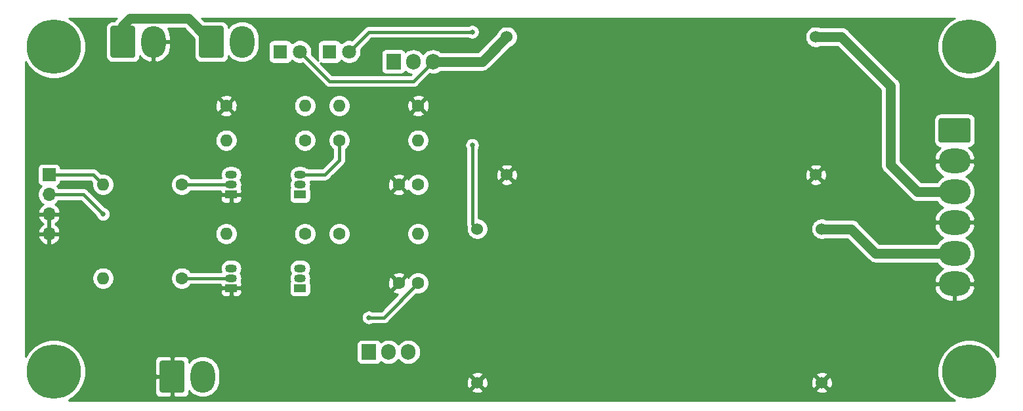
<source format=gbr>
%TF.GenerationSoftware,KiCad,Pcbnew,5.1.6-c6e7f7d~87~ubuntu20.04.1*%
%TF.CreationDate,2020-08-14T15:03:36-04:00*%
%TF.ProjectId,psu,7073752e-6b69-4636-9164-5f7063625858,rev?*%
%TF.SameCoordinates,Original*%
%TF.FileFunction,Copper,L1,Top*%
%TF.FilePolarity,Positive*%
%FSLAX46Y46*%
G04 Gerber Fmt 4.6, Leading zero omitted, Abs format (unit mm)*
G04 Created by KiCad (PCBNEW 5.1.6-c6e7f7d~87~ubuntu20.04.1) date 2020-08-14 15:03:36*
%MOMM*%
%LPD*%
G01*
G04 APERTURE LIST*
%TA.AperFunction,ComponentPad*%
%ADD10O,1.600000X1.600000*%
%TD*%
%TA.AperFunction,ComponentPad*%
%ADD11C,1.600000*%
%TD*%
%TA.AperFunction,ComponentPad*%
%ADD12C,7.000000*%
%TD*%
%TA.AperFunction,ComponentPad*%
%ADD13R,1.800000X1.800000*%
%TD*%
%TA.AperFunction,ComponentPad*%
%ADD14C,1.800000*%
%TD*%
%TA.AperFunction,ComponentPad*%
%ADD15O,3.160000X4.100000*%
%TD*%
%TA.AperFunction,ComponentPad*%
%ADD16R,1.700000X1.700000*%
%TD*%
%TA.AperFunction,ComponentPad*%
%ADD17O,1.700000X1.700000*%
%TD*%
%TA.AperFunction,ComponentPad*%
%ADD18O,4.100000X3.160000*%
%TD*%
%TA.AperFunction,ComponentPad*%
%ADD19R,1.500000X1.050000*%
%TD*%
%TA.AperFunction,ComponentPad*%
%ADD20O,1.500000X1.050000*%
%TD*%
%TA.AperFunction,ComponentPad*%
%ADD21R,1.905000X2.000000*%
%TD*%
%TA.AperFunction,ComponentPad*%
%ADD22O,1.905000X2.000000*%
%TD*%
%TA.AperFunction,ComponentPad*%
%ADD23C,1.524000*%
%TD*%
%TA.AperFunction,ViaPad*%
%ADD24C,0.635000*%
%TD*%
%TA.AperFunction,Conductor*%
%ADD25C,0.381000*%
%TD*%
%TA.AperFunction,Conductor*%
%ADD26C,1.270000*%
%TD*%
%TA.AperFunction,Conductor*%
%ADD27C,0.254000*%
%TD*%
G04 APERTURE END LIST*
D10*
%TO.P,R7,2*%
%TO.N,Net-(D1-Pad1)*%
X102870000Y-88265000D03*
D11*
%TO.P,R7,1*%
%TO.N,GND*%
X92710000Y-88265000D03*
%TD*%
D10*
%TO.P,R8,2*%
%TO.N,Net-(D2-Pad1)*%
X107315000Y-88265000D03*
D11*
%TO.P,R8,1*%
%TO.N,GND*%
X117475000Y-88265000D03*
%TD*%
D12*
%TO.P,REF\u002A\u002A,1*%
%TO.N,N/C*%
X70485000Y-80645000D03*
%TD*%
%TO.P,REF\u002A\u002A,1*%
%TO.N,N/C*%
X70485000Y-122555000D03*
%TD*%
%TO.P,REF\u002A\u002A,1*%
%TO.N,N/C*%
X188595000Y-122555000D03*
%TD*%
%TO.P,REF\u002A\u002A,1*%
%TO.N,N/C*%
X188595000Y-80645000D03*
%TD*%
D11*
%TO.P,C1,2*%
%TO.N,GND*%
X114975000Y-98425000D03*
%TO.P,C1,1*%
%TO.N,Net-(C1-Pad1)*%
X117475000Y-98425000D03*
%TD*%
%TO.P,C2,1*%
%TO.N,Net-(C2-Pad1)*%
X117475000Y-111125000D03*
%TO.P,C2,2*%
%TO.N,GND*%
X114975000Y-111125000D03*
%TD*%
D13*
%TO.P,D1,1*%
%TO.N,Net-(D1-Pad1)*%
X99695000Y-81280000D03*
D14*
%TO.P,D1,2*%
%TO.N,Net-(D1-Pad2)*%
X102235000Y-81280000D03*
%TD*%
%TO.P,D2,2*%
%TO.N,Net-(D2-Pad2)*%
X108585000Y-81280000D03*
D13*
%TO.P,D2,1*%
%TO.N,Net-(D2-Pad1)*%
X106045000Y-81280000D03*
%TD*%
%TO.P,J1,1*%
%TO.N,Net-(J1-Pad1)*%
%TA.AperFunction,ComponentPad*%
G36*
G01*
X77795000Y-81810000D02*
X77795000Y-78210000D01*
G75*
G02*
X78045000Y-77960000I250000J0D01*
G01*
X80705000Y-77960000D01*
G75*
G02*
X80955000Y-78210000I0J-250000D01*
G01*
X80955000Y-81810000D01*
G75*
G02*
X80705000Y-82060000I-250000J0D01*
G01*
X78045000Y-82060000D01*
G75*
G02*
X77795000Y-81810000I0J250000D01*
G01*
G37*
%TD.AperFunction*%
D15*
%TO.P,J1,2*%
%TO.N,GND*%
X83335000Y-80010000D03*
%TD*%
D16*
%TO.P,J2,1*%
%TO.N,Net-(J2-Pad1)*%
X69850000Y-97155000D03*
D17*
%TO.P,J2,2*%
%TO.N,Net-(J2-Pad2)*%
X69850000Y-99695000D03*
%TO.P,J2,3*%
%TO.N,GND*%
X69850000Y-102235000D03*
%TO.P,J2,4*%
X69850000Y-104775000D03*
%TD*%
%TO.P,J3,1*%
%TO.N,Net-(J3-Pad1)*%
%TA.AperFunction,ComponentPad*%
G36*
G01*
X184890000Y-89860000D02*
X188490000Y-89860000D01*
G75*
G02*
X188740000Y-90110000I0J-250000D01*
G01*
X188740000Y-92770000D01*
G75*
G02*
X188490000Y-93020000I-250000J0D01*
G01*
X184890000Y-93020000D01*
G75*
G02*
X184640000Y-92770000I0J250000D01*
G01*
X184640000Y-90110000D01*
G75*
G02*
X184890000Y-89860000I250000J0D01*
G01*
G37*
%TD.AperFunction*%
D18*
%TO.P,J3,2*%
%TO.N,GND*%
X186690000Y-95400000D03*
%TO.P,J3,3*%
%TO.N,Net-(J3-Pad3)*%
X186690000Y-99360000D03*
%TO.P,J3,4*%
%TO.N,GND*%
X186690000Y-103320000D03*
%TO.P,J3,5*%
%TO.N,Net-(J3-Pad5)*%
X186690000Y-107280000D03*
%TO.P,J3,6*%
%TO.N,GND*%
X186690000Y-111240000D03*
%TD*%
D19*
%TO.P,Q1,1*%
%TO.N,GND*%
X93345000Y-99695000D03*
D20*
%TO.P,Q1,3*%
%TO.N,Net-(Q1-Pad3)*%
X93345000Y-97155000D03*
%TO.P,Q1,2*%
%TO.N,Net-(Q1-Pad2)*%
X93345000Y-98425000D03*
%TD*%
D19*
%TO.P,Q2,1*%
%TO.N,GND*%
X93345000Y-111760000D03*
D20*
%TO.P,Q2,3*%
%TO.N,Net-(Q2-Pad3)*%
X93345000Y-109220000D03*
%TO.P,Q2,2*%
%TO.N,Net-(Q2-Pad2)*%
X93345000Y-110490000D03*
%TD*%
%TO.P,Q3,2*%
%TO.N,Net-(Q3-Pad2)*%
X102235000Y-98425000D03*
%TO.P,Q3,3*%
%TO.N,Net-(Q3-Pad3)*%
X102235000Y-97155000D03*
D19*
%TO.P,Q3,1*%
%TO.N,+9V*%
X102235000Y-99695000D03*
%TD*%
D20*
%TO.P,Q4,2*%
%TO.N,Net-(Q4-Pad2)*%
X102235000Y-110490000D03*
%TO.P,Q4,3*%
%TO.N,Net-(Q4-Pad3)*%
X102235000Y-109220000D03*
D19*
%TO.P,Q4,1*%
%TO.N,+9V*%
X102235000Y-111760000D03*
%TD*%
D21*
%TO.P,Q5,1*%
%TO.N,Net-(C1-Pad1)*%
X114300000Y-82550000D03*
D22*
%TO.P,Q5,2*%
%TO.N,+9V*%
X116840000Y-82550000D03*
%TO.P,Q5,3*%
%TO.N,Net-(D1-Pad2)*%
X119380000Y-82550000D03*
%TD*%
%TO.P,Q6,3*%
%TO.N,Net-(D2-Pad2)*%
X116205000Y-120015000D03*
%TO.P,Q6,2*%
%TO.N,+9V*%
X113665000Y-120015000D03*
D21*
%TO.P,Q6,1*%
%TO.N,Net-(C2-Pad1)*%
X111125000Y-120015000D03*
%TD*%
D11*
%TO.P,R1,1*%
%TO.N,Net-(Q1-Pad2)*%
X86995000Y-98425000D03*
D10*
%TO.P,R1,2*%
%TO.N,Net-(J2-Pad1)*%
X76835000Y-98425000D03*
%TD*%
%TO.P,R2,2*%
%TO.N,Net-(J2-Pad2)*%
X76835000Y-110490000D03*
D11*
%TO.P,R2,1*%
%TO.N,Net-(Q2-Pad2)*%
X86995000Y-110490000D03*
%TD*%
D10*
%TO.P,R3,2*%
%TO.N,Net-(Q1-Pad3)*%
X92710000Y-92710000D03*
D11*
%TO.P,R3,1*%
%TO.N,Net-(Q3-Pad2)*%
X102870000Y-92710000D03*
%TD*%
%TO.P,R4,1*%
%TO.N,Net-(Q4-Pad2)*%
X102870000Y-104775000D03*
D10*
%TO.P,R4,2*%
%TO.N,Net-(Q2-Pad3)*%
X92710000Y-104775000D03*
%TD*%
D11*
%TO.P,R5,1*%
%TO.N,Net-(Q3-Pad3)*%
X107315000Y-92710000D03*
D10*
%TO.P,R5,2*%
%TO.N,Net-(C1-Pad1)*%
X117475000Y-92710000D03*
%TD*%
%TO.P,R6,2*%
%TO.N,Net-(C2-Pad1)*%
X117475000Y-104775000D03*
D11*
%TO.P,R6,1*%
%TO.N,Net-(Q4-Pad3)*%
X107315000Y-104775000D03*
%TD*%
D15*
%TO.P,SW1,2*%
%TO.N,+9V*%
X94765000Y-80010000D03*
%TO.P,SW1,1*%
%TO.N,Net-(J1-Pad1)*%
%TA.AperFunction,ComponentPad*%
G36*
G01*
X89225000Y-81810000D02*
X89225000Y-78210000D01*
G75*
G02*
X89475000Y-77960000I250000J0D01*
G01*
X92135000Y-77960000D01*
G75*
G02*
X92385000Y-78210000I0J-250000D01*
G01*
X92385000Y-81810000D01*
G75*
G02*
X92135000Y-82060000I-250000J0D01*
G01*
X89475000Y-82060000D01*
G75*
G02*
X89225000Y-81810000I0J250000D01*
G01*
G37*
%TD.AperFunction*%
%TD*%
D23*
%TO.P,U1,1*%
%TO.N,Net-(D1-Pad2)*%
X128905000Y-79375000D03*
%TO.P,U1,2*%
%TO.N,GND*%
X128905000Y-97155000D03*
%TO.P,U1,3*%
%TO.N,Net-(J3-Pad3)*%
X168783000Y-79375000D03*
%TO.P,U1,4*%
%TO.N,GND*%
X168783000Y-97155000D03*
%TD*%
%TO.P,U2,1*%
%TO.N,Net-(D2-Pad2)*%
X125095000Y-104140000D03*
%TO.P,U2,2*%
%TO.N,GND*%
X125095000Y-123952000D03*
%TO.P,U2,3*%
%TO.N,Net-(J3-Pad5)*%
X169545000Y-104140000D03*
%TO.P,U2,4*%
%TO.N,GND*%
X169545000Y-123952000D03*
%TD*%
%TO.P,J4,1*%
%TO.N,GND*%
%TA.AperFunction,ComponentPad*%
G36*
G01*
X84145000Y-124990000D02*
X84145000Y-121390000D01*
G75*
G02*
X84395000Y-121140000I250000J0D01*
G01*
X87055000Y-121140000D01*
G75*
G02*
X87305000Y-121390000I0J-250000D01*
G01*
X87305000Y-124990000D01*
G75*
G02*
X87055000Y-125240000I-250000J0D01*
G01*
X84395000Y-125240000D01*
G75*
G02*
X84145000Y-124990000I0J250000D01*
G01*
G37*
%TD.AperFunction*%
D15*
%TO.P,J4,2*%
%TO.N,+9V*%
X89685000Y-123190000D03*
%TD*%
D24*
%TO.N,Net-(C2-Pad1)*%
X111125000Y-115570000D03*
%TO.N,Net-(D2-Pad2)*%
X124460000Y-78740000D03*
X124460000Y-93345000D03*
%TO.N,Net-(J2-Pad2)*%
X76835000Y-102235000D03*
%TD*%
D25*
%TO.N,Net-(C2-Pad1)*%
X117475000Y-111125000D02*
X113030000Y-115570000D01*
X113030000Y-115570000D02*
X111125000Y-115570000D01*
D26*
%TO.N,Net-(D1-Pad2)*%
X125730000Y-82550000D02*
X128905000Y-79375000D01*
X119380000Y-82550000D02*
X125730000Y-82550000D01*
D25*
X102235000Y-81280000D02*
X106045000Y-85090000D01*
X116840000Y-85090000D02*
X119380000Y-82550000D01*
X106045000Y-85090000D02*
X116840000Y-85090000D01*
%TO.N,Net-(D2-Pad2)*%
X108585000Y-81280000D02*
X111125000Y-78740000D01*
X111125000Y-78740000D02*
X124460000Y-78740000D01*
X124460000Y-103505000D02*
X125095000Y-104140000D01*
X124460000Y-93345000D02*
X124460000Y-103505000D01*
D26*
%TO.N,Net-(J1-Pad1)*%
X79375000Y-77960000D02*
X80297190Y-77037810D01*
X79375000Y-80010000D02*
X79375000Y-77960000D01*
X87832810Y-77037810D02*
X90805000Y-80010000D01*
X80297190Y-77037810D02*
X87832810Y-77037810D01*
D25*
%TO.N,Net-(J2-Pad1)*%
X75565000Y-97155000D02*
X76835000Y-98425000D01*
X69850000Y-97155000D02*
X75565000Y-97155000D01*
%TO.N,Net-(J2-Pad2)*%
X69850000Y-99695000D02*
X74295000Y-99695000D01*
X74295000Y-99695000D02*
X76835000Y-102235000D01*
D26*
%TO.N,Net-(J3-Pad3)*%
X181910000Y-99360000D02*
X186690000Y-99360000D01*
X178435000Y-95885000D02*
X181910000Y-99360000D01*
X178435000Y-85725000D02*
X178435000Y-95885000D01*
X172085000Y-79375000D02*
X178435000Y-85725000D01*
X168783000Y-79375000D02*
X172085000Y-79375000D01*
%TO.N,Net-(J3-Pad5)*%
X169545000Y-104140000D02*
X173355000Y-104140000D01*
X176495000Y-107280000D02*
X186690000Y-107280000D01*
X173355000Y-104140000D02*
X176495000Y-107280000D01*
D25*
%TO.N,Net-(Q1-Pad2)*%
X86995000Y-98425000D02*
X93345000Y-98425000D01*
%TO.N,Net-(Q2-Pad2)*%
X86995000Y-110490000D02*
X93345000Y-110490000D01*
%TO.N,Net-(Q3-Pad3)*%
X102235000Y-97155000D02*
X105410000Y-97155000D01*
X107315000Y-95250000D02*
X107315000Y-92710000D01*
X105410000Y-97155000D02*
X107315000Y-95250000D01*
%TD*%
D27*
%TO.N,GND*%
G36*
X78521086Y-77017864D02*
G01*
X78472631Y-77057630D01*
X78313926Y-77251012D01*
X78276021Y-77321928D01*
X78045000Y-77321928D01*
X77871746Y-77338992D01*
X77705150Y-77389528D01*
X77551614Y-77471595D01*
X77417038Y-77582038D01*
X77306595Y-77716614D01*
X77224528Y-77870150D01*
X77173992Y-78036746D01*
X77156928Y-78210000D01*
X77156928Y-81810000D01*
X77173992Y-81983254D01*
X77224528Y-82149850D01*
X77306595Y-82303386D01*
X77417038Y-82437962D01*
X77551614Y-82548405D01*
X77705150Y-82630472D01*
X77871746Y-82681008D01*
X78045000Y-82698072D01*
X80705000Y-82698072D01*
X80878254Y-82681008D01*
X81044850Y-82630472D01*
X81198386Y-82548405D01*
X81332962Y-82437962D01*
X81443405Y-82303386D01*
X81525472Y-82149850D01*
X81576008Y-81983254D01*
X81589700Y-81844238D01*
X81858562Y-82136044D01*
X82210009Y-82392262D01*
X82604689Y-82574993D01*
X82863631Y-82644263D01*
X83208000Y-82532324D01*
X83208000Y-80137000D01*
X83462000Y-80137000D01*
X83462000Y-82532324D01*
X83806369Y-82644263D01*
X84065311Y-82574993D01*
X84459991Y-82392262D01*
X84811438Y-82136044D01*
X85106147Y-81816185D01*
X85332792Y-81444977D01*
X85482663Y-81036685D01*
X85550000Y-80607000D01*
X85550000Y-80137000D01*
X83462000Y-80137000D01*
X83208000Y-80137000D01*
X83188000Y-80137000D01*
X83188000Y-79883000D01*
X83208000Y-79883000D01*
X83208000Y-79863000D01*
X83462000Y-79863000D01*
X83462000Y-79883000D01*
X85550000Y-79883000D01*
X85550000Y-79413000D01*
X85482663Y-78983315D01*
X85332792Y-78575023D01*
X85169642Y-78307810D01*
X87306760Y-78307810D01*
X88586928Y-79587979D01*
X88586928Y-81810000D01*
X88603992Y-81983254D01*
X88654528Y-82149850D01*
X88736595Y-82303386D01*
X88847038Y-82437962D01*
X88981614Y-82548405D01*
X89135150Y-82630472D01*
X89301746Y-82681008D01*
X89475000Y-82698072D01*
X92135000Y-82698072D01*
X92308254Y-82681008D01*
X92474850Y-82630472D01*
X92628386Y-82548405D01*
X92762962Y-82437962D01*
X92873405Y-82303386D01*
X92955472Y-82149850D01*
X93006008Y-81983254D01*
X93019644Y-81844801D01*
X93191181Y-82053820D01*
X93528459Y-82330616D01*
X93913256Y-82536294D01*
X94330785Y-82662950D01*
X94765000Y-82705717D01*
X95199216Y-82662950D01*
X95616745Y-82536294D01*
X96001542Y-82330616D01*
X96338820Y-82053820D01*
X96615616Y-81716542D01*
X96821294Y-81331744D01*
X96947950Y-80914215D01*
X96980000Y-80588809D01*
X96980000Y-80380000D01*
X98156928Y-80380000D01*
X98156928Y-82180000D01*
X98169188Y-82304482D01*
X98205498Y-82424180D01*
X98264463Y-82534494D01*
X98343815Y-82631185D01*
X98440506Y-82710537D01*
X98550820Y-82769502D01*
X98670518Y-82805812D01*
X98795000Y-82818072D01*
X100595000Y-82818072D01*
X100719482Y-82805812D01*
X100839180Y-82769502D01*
X100949494Y-82710537D01*
X101046185Y-82631185D01*
X101125537Y-82534494D01*
X101184502Y-82424180D01*
X101190056Y-82405873D01*
X101256495Y-82472312D01*
X101507905Y-82640299D01*
X101787257Y-82756011D01*
X102083816Y-82815000D01*
X102386184Y-82815000D01*
X102566667Y-82779100D01*
X105432611Y-85645045D01*
X105458459Y-85676541D01*
X105489955Y-85702389D01*
X105489958Y-85702392D01*
X105584157Y-85779699D01*
X105727566Y-85856353D01*
X105883174Y-85903556D01*
X106004447Y-85915500D01*
X106004449Y-85915500D01*
X106045000Y-85919494D01*
X106085550Y-85915500D01*
X116799450Y-85915500D01*
X116840000Y-85919494D01*
X116880550Y-85915500D01*
X116880553Y-85915500D01*
X117001826Y-85903556D01*
X117157434Y-85856353D01*
X117300842Y-85779699D01*
X117426541Y-85676541D01*
X117452398Y-85645034D01*
X118966449Y-84130983D01*
X119068797Y-84162030D01*
X119380000Y-84192681D01*
X119691204Y-84162030D01*
X119990449Y-84071255D01*
X120266235Y-83923845D01*
X120392770Y-83820000D01*
X125667627Y-83820000D01*
X125730000Y-83826143D01*
X125792373Y-83820000D01*
X125792380Y-83820000D01*
X125978963Y-83801623D01*
X126218359Y-83729003D01*
X126438988Y-83611075D01*
X126632370Y-83452370D01*
X126672141Y-83403909D01*
X129389732Y-80686319D01*
X129566727Y-80613005D01*
X129795535Y-80460120D01*
X129990120Y-80265535D01*
X130143005Y-80036727D01*
X130248314Y-79782490D01*
X130302000Y-79512592D01*
X130302000Y-79237408D01*
X167386000Y-79237408D01*
X167386000Y-79512592D01*
X167439686Y-79782490D01*
X167544995Y-80036727D01*
X167697880Y-80265535D01*
X167892465Y-80460120D01*
X168121273Y-80613005D01*
X168375510Y-80718314D01*
X168645408Y-80772000D01*
X168920592Y-80772000D01*
X169190490Y-80718314D01*
X169367485Y-80645000D01*
X171558950Y-80645000D01*
X177165000Y-86251051D01*
X177165001Y-95822617D01*
X177158857Y-95885000D01*
X177183377Y-96133963D01*
X177243084Y-96330788D01*
X177255998Y-96373359D01*
X177373926Y-96593988D01*
X177532631Y-96787370D01*
X177581087Y-96827137D01*
X180967863Y-100213914D01*
X181007630Y-100262370D01*
X181201012Y-100421075D01*
X181421641Y-100539003D01*
X181588416Y-100589594D01*
X181661036Y-100611623D01*
X181686755Y-100614156D01*
X181847620Y-100630000D01*
X181847626Y-100630000D01*
X181909999Y-100636143D01*
X181972372Y-100630000D01*
X184396842Y-100630000D01*
X184646180Y-100933820D01*
X184983458Y-101210616D01*
X185225713Y-101340104D01*
X184883815Y-101548853D01*
X184563956Y-101843562D01*
X184307738Y-102195009D01*
X184125007Y-102589689D01*
X184055737Y-102848631D01*
X184167676Y-103193000D01*
X186563000Y-103193000D01*
X186563000Y-103173000D01*
X186817000Y-103173000D01*
X186817000Y-103193000D01*
X189212324Y-103193000D01*
X189324263Y-102848631D01*
X189254993Y-102589689D01*
X189072262Y-102195009D01*
X188816044Y-101843562D01*
X188496185Y-101548853D01*
X188154287Y-101340104D01*
X188396542Y-101210616D01*
X188733820Y-100933820D01*
X189010616Y-100596542D01*
X189216294Y-100211745D01*
X189342950Y-99794216D01*
X189385717Y-99360000D01*
X189342950Y-98925784D01*
X189216294Y-98508255D01*
X189010616Y-98123458D01*
X188733820Y-97786180D01*
X188396542Y-97509384D01*
X188154287Y-97379896D01*
X188496185Y-97171147D01*
X188816044Y-96876438D01*
X189072262Y-96524991D01*
X189254993Y-96130311D01*
X189324263Y-95871369D01*
X189212324Y-95527000D01*
X186817000Y-95527000D01*
X186817000Y-95547000D01*
X186563000Y-95547000D01*
X186563000Y-95527000D01*
X184167676Y-95527000D01*
X184055737Y-95871369D01*
X184125007Y-96130311D01*
X184307738Y-96524991D01*
X184563956Y-96876438D01*
X184883815Y-97171147D01*
X185225713Y-97379896D01*
X184983458Y-97509384D01*
X184646180Y-97786180D01*
X184396842Y-98090000D01*
X182436051Y-98090000D01*
X179705000Y-95358950D01*
X179705000Y-90110000D01*
X184001928Y-90110000D01*
X184001928Y-92770000D01*
X184018992Y-92943254D01*
X184069528Y-93109850D01*
X184151595Y-93263386D01*
X184262038Y-93397962D01*
X184396614Y-93508405D01*
X184550150Y-93590472D01*
X184716746Y-93641008D01*
X184855762Y-93654700D01*
X184563956Y-93923562D01*
X184307738Y-94275009D01*
X184125007Y-94669689D01*
X184055737Y-94928631D01*
X184167676Y-95273000D01*
X186563000Y-95273000D01*
X186563000Y-95253000D01*
X186817000Y-95253000D01*
X186817000Y-95273000D01*
X189212324Y-95273000D01*
X189324263Y-94928631D01*
X189254993Y-94669689D01*
X189072262Y-94275009D01*
X188816044Y-93923562D01*
X188524238Y-93654700D01*
X188663254Y-93641008D01*
X188829850Y-93590472D01*
X188983386Y-93508405D01*
X189117962Y-93397962D01*
X189228405Y-93263386D01*
X189310472Y-93109850D01*
X189361008Y-92943254D01*
X189378072Y-92770000D01*
X189378072Y-90110000D01*
X189361008Y-89936746D01*
X189310472Y-89770150D01*
X189228405Y-89616614D01*
X189117962Y-89482038D01*
X188983386Y-89371595D01*
X188829850Y-89289528D01*
X188663254Y-89238992D01*
X188490000Y-89221928D01*
X184890000Y-89221928D01*
X184716746Y-89238992D01*
X184550150Y-89289528D01*
X184396614Y-89371595D01*
X184262038Y-89482038D01*
X184151595Y-89616614D01*
X184069528Y-89770150D01*
X184018992Y-89936746D01*
X184001928Y-90110000D01*
X179705000Y-90110000D01*
X179705000Y-85787372D01*
X179711143Y-85724999D01*
X179705000Y-85662626D01*
X179705000Y-85662620D01*
X179686623Y-85476037D01*
X179614003Y-85236641D01*
X179496075Y-85016012D01*
X179337370Y-84822630D01*
X179288915Y-84782864D01*
X173027141Y-78521091D01*
X172987370Y-78472630D01*
X172793988Y-78313925D01*
X172573359Y-78195997D01*
X172333963Y-78123377D01*
X172147380Y-78105000D01*
X172147373Y-78105000D01*
X172085000Y-78098857D01*
X172022627Y-78105000D01*
X169367485Y-78105000D01*
X169190490Y-78031686D01*
X168920592Y-77978000D01*
X168645408Y-77978000D01*
X168375510Y-78031686D01*
X168121273Y-78136995D01*
X167892465Y-78289880D01*
X167697880Y-78484465D01*
X167544995Y-78713273D01*
X167439686Y-78967510D01*
X167386000Y-79237408D01*
X130302000Y-79237408D01*
X130248314Y-78967510D01*
X130143005Y-78713273D01*
X129990120Y-78484465D01*
X129795535Y-78289880D01*
X129566727Y-78136995D01*
X129312490Y-78031686D01*
X129042592Y-77978000D01*
X128767408Y-77978000D01*
X128497510Y-78031686D01*
X128243273Y-78136995D01*
X128014465Y-78289880D01*
X127819880Y-78484465D01*
X127666995Y-78713273D01*
X127593681Y-78890268D01*
X125203950Y-81280000D01*
X120392769Y-81280000D01*
X120266234Y-81176155D01*
X119990448Y-81028745D01*
X119691203Y-80937970D01*
X119380000Y-80907319D01*
X119068796Y-80937970D01*
X118769551Y-81028745D01*
X118493765Y-81176155D01*
X118252037Y-81374537D01*
X118110000Y-81547609D01*
X117967963Y-81374537D01*
X117726234Y-81176155D01*
X117450448Y-81028745D01*
X117151203Y-80937970D01*
X116840000Y-80907319D01*
X116528796Y-80937970D01*
X116229551Y-81028745D01*
X115953765Y-81176155D01*
X115827905Y-81279446D01*
X115783037Y-81195506D01*
X115703685Y-81098815D01*
X115606994Y-81019463D01*
X115496680Y-80960498D01*
X115376982Y-80924188D01*
X115252500Y-80911928D01*
X113347500Y-80911928D01*
X113223018Y-80924188D01*
X113103320Y-80960498D01*
X112993006Y-81019463D01*
X112896315Y-81098815D01*
X112816963Y-81195506D01*
X112757998Y-81305820D01*
X112721688Y-81425518D01*
X112709428Y-81550000D01*
X112709428Y-83550000D01*
X112721688Y-83674482D01*
X112757998Y-83794180D01*
X112816963Y-83904494D01*
X112896315Y-84001185D01*
X112993006Y-84080537D01*
X113103320Y-84139502D01*
X113223018Y-84175812D01*
X113347500Y-84188072D01*
X115252500Y-84188072D01*
X115376982Y-84175812D01*
X115496680Y-84139502D01*
X115606994Y-84080537D01*
X115703685Y-84001185D01*
X115783037Y-83904494D01*
X115827905Y-83820553D01*
X115953766Y-83923845D01*
X116229552Y-84071255D01*
X116528797Y-84162030D01*
X116594105Y-84168462D01*
X116498068Y-84264500D01*
X106386934Y-84264500D01*
X104881732Y-82759299D01*
X104900820Y-82769502D01*
X105020518Y-82805812D01*
X105145000Y-82818072D01*
X106945000Y-82818072D01*
X107069482Y-82805812D01*
X107189180Y-82769502D01*
X107299494Y-82710537D01*
X107396185Y-82631185D01*
X107475537Y-82534494D01*
X107534502Y-82424180D01*
X107540056Y-82405873D01*
X107606495Y-82472312D01*
X107857905Y-82640299D01*
X108137257Y-82756011D01*
X108433816Y-82815000D01*
X108736184Y-82815000D01*
X109032743Y-82756011D01*
X109312095Y-82640299D01*
X109563505Y-82472312D01*
X109777312Y-82258505D01*
X109945299Y-82007095D01*
X110061011Y-81727743D01*
X110120000Y-81431184D01*
X110120000Y-81128816D01*
X110084100Y-80948333D01*
X111466933Y-79565500D01*
X123980993Y-79565500D01*
X124008822Y-79584095D01*
X124182166Y-79655896D01*
X124366187Y-79692500D01*
X124553813Y-79692500D01*
X124737834Y-79655896D01*
X124911178Y-79584095D01*
X125067184Y-79479855D01*
X125199855Y-79347184D01*
X125304095Y-79191178D01*
X125375896Y-79017834D01*
X125412500Y-78833813D01*
X125412500Y-78646187D01*
X125375896Y-78462166D01*
X125304095Y-78288822D01*
X125199855Y-78132816D01*
X125067184Y-78000145D01*
X124911178Y-77895905D01*
X124737834Y-77824104D01*
X124553813Y-77787500D01*
X124366187Y-77787500D01*
X124182166Y-77824104D01*
X124008822Y-77895905D01*
X123980993Y-77914500D01*
X111165542Y-77914500D01*
X111124999Y-77910507D01*
X111084456Y-77914500D01*
X111084447Y-77914500D01*
X110963174Y-77926444D01*
X110807566Y-77973647D01*
X110673417Y-78045352D01*
X110664156Y-78050302D01*
X110608033Y-78096361D01*
X110538459Y-78153459D01*
X110512606Y-78184961D01*
X108916667Y-79780900D01*
X108736184Y-79745000D01*
X108433816Y-79745000D01*
X108137257Y-79803989D01*
X107857905Y-79919701D01*
X107606495Y-80087688D01*
X107540056Y-80154127D01*
X107534502Y-80135820D01*
X107475537Y-80025506D01*
X107396185Y-79928815D01*
X107299494Y-79849463D01*
X107189180Y-79790498D01*
X107069482Y-79754188D01*
X106945000Y-79741928D01*
X105145000Y-79741928D01*
X105020518Y-79754188D01*
X104900820Y-79790498D01*
X104790506Y-79849463D01*
X104693815Y-79928815D01*
X104614463Y-80025506D01*
X104555498Y-80135820D01*
X104519188Y-80255518D01*
X104506928Y-80380000D01*
X104506928Y-82180000D01*
X104519188Y-82304482D01*
X104555498Y-82424180D01*
X104565701Y-82443268D01*
X103734100Y-81611667D01*
X103770000Y-81431184D01*
X103770000Y-81128816D01*
X103711011Y-80832257D01*
X103595299Y-80552905D01*
X103427312Y-80301495D01*
X103213505Y-80087688D01*
X102962095Y-79919701D01*
X102682743Y-79803989D01*
X102386184Y-79745000D01*
X102083816Y-79745000D01*
X101787257Y-79803989D01*
X101507905Y-79919701D01*
X101256495Y-80087688D01*
X101190056Y-80154127D01*
X101184502Y-80135820D01*
X101125537Y-80025506D01*
X101046185Y-79928815D01*
X100949494Y-79849463D01*
X100839180Y-79790498D01*
X100719482Y-79754188D01*
X100595000Y-79741928D01*
X98795000Y-79741928D01*
X98670518Y-79754188D01*
X98550820Y-79790498D01*
X98440506Y-79849463D01*
X98343815Y-79928815D01*
X98264463Y-80025506D01*
X98205498Y-80135820D01*
X98169188Y-80255518D01*
X98156928Y-80380000D01*
X96980000Y-80380000D01*
X96980000Y-79431190D01*
X96947950Y-79105784D01*
X96821294Y-78688255D01*
X96615616Y-78303458D01*
X96338820Y-77966180D01*
X96001542Y-77689384D01*
X95616744Y-77483706D01*
X95199215Y-77357050D01*
X94765000Y-77314283D01*
X94330784Y-77357050D01*
X93913255Y-77483706D01*
X93528458Y-77689384D01*
X93191180Y-77966180D01*
X93019644Y-78175198D01*
X93006008Y-78036746D01*
X92955472Y-77870150D01*
X92873405Y-77716614D01*
X92762962Y-77582038D01*
X92628386Y-77471595D01*
X92474850Y-77389528D01*
X92308254Y-77338992D01*
X92135000Y-77321928D01*
X89912978Y-77321928D01*
X89553050Y-76962000D01*
X186681274Y-76962000D01*
X186636343Y-76980611D01*
X185959091Y-77433136D01*
X185383136Y-78009091D01*
X184930611Y-78686343D01*
X184618906Y-79438865D01*
X184460000Y-80237738D01*
X184460000Y-81052262D01*
X184618906Y-81851135D01*
X184930611Y-82603657D01*
X185383136Y-83280909D01*
X185959091Y-83856864D01*
X186636343Y-84309389D01*
X187388865Y-84621094D01*
X188187738Y-84780000D01*
X189002262Y-84780000D01*
X189801135Y-84621094D01*
X190553657Y-84309389D01*
X191230909Y-83856864D01*
X191806864Y-83280909D01*
X192259389Y-82603657D01*
X192278000Y-82558726D01*
X192278000Y-120641274D01*
X192259389Y-120596343D01*
X191806864Y-119919091D01*
X191230909Y-119343136D01*
X190553657Y-118890611D01*
X189801135Y-118578906D01*
X189002262Y-118420000D01*
X188187738Y-118420000D01*
X187388865Y-118578906D01*
X186636343Y-118890611D01*
X185959091Y-119343136D01*
X185383136Y-119919091D01*
X184930611Y-120596343D01*
X184618906Y-121348865D01*
X184460000Y-122147738D01*
X184460000Y-122962262D01*
X184618906Y-123761135D01*
X184930611Y-124513657D01*
X185383136Y-125190909D01*
X185959091Y-125766864D01*
X186636343Y-126219389D01*
X186681274Y-126238000D01*
X72398726Y-126238000D01*
X72443657Y-126219389D01*
X73120909Y-125766864D01*
X73647773Y-125240000D01*
X83506928Y-125240000D01*
X83519188Y-125364482D01*
X83555498Y-125484180D01*
X83614463Y-125594494D01*
X83693815Y-125691185D01*
X83790506Y-125770537D01*
X83900820Y-125829502D01*
X84020518Y-125865812D01*
X84145000Y-125878072D01*
X85439250Y-125875000D01*
X85598000Y-125716250D01*
X85598000Y-123317000D01*
X83668750Y-123317000D01*
X83510000Y-123475750D01*
X83506928Y-125240000D01*
X73647773Y-125240000D01*
X73696864Y-125190909D01*
X74149389Y-124513657D01*
X74461094Y-123761135D01*
X74620000Y-122962262D01*
X74620000Y-122147738D01*
X74461094Y-121348865D01*
X74374580Y-121140000D01*
X83506928Y-121140000D01*
X83510000Y-122904250D01*
X83668750Y-123063000D01*
X85598000Y-123063000D01*
X85598000Y-120663750D01*
X85852000Y-120663750D01*
X85852000Y-123063000D01*
X85872000Y-123063000D01*
X85872000Y-123317000D01*
X85852000Y-123317000D01*
X85852000Y-125716250D01*
X86010750Y-125875000D01*
X87305000Y-125878072D01*
X87429482Y-125865812D01*
X87549180Y-125829502D01*
X87659494Y-125770537D01*
X87756185Y-125691185D01*
X87835537Y-125594494D01*
X87894502Y-125484180D01*
X87930812Y-125364482D01*
X87943072Y-125240000D01*
X87942704Y-125028529D01*
X88111181Y-125233820D01*
X88448459Y-125510616D01*
X88833256Y-125716294D01*
X89250785Y-125842950D01*
X89685000Y-125885717D01*
X90119216Y-125842950D01*
X90536745Y-125716294D01*
X90921542Y-125510616D01*
X91258820Y-125233820D01*
X91518362Y-124917565D01*
X124309040Y-124917565D01*
X124376020Y-125157656D01*
X124625048Y-125274756D01*
X124892135Y-125341023D01*
X125167017Y-125353910D01*
X125439133Y-125312922D01*
X125698023Y-125219636D01*
X125813980Y-125157656D01*
X125880960Y-124917565D01*
X168759040Y-124917565D01*
X168826020Y-125157656D01*
X169075048Y-125274756D01*
X169342135Y-125341023D01*
X169617017Y-125353910D01*
X169889133Y-125312922D01*
X170148023Y-125219636D01*
X170263980Y-125157656D01*
X170330960Y-124917565D01*
X169545000Y-124131605D01*
X168759040Y-124917565D01*
X125880960Y-124917565D01*
X125095000Y-124131605D01*
X124309040Y-124917565D01*
X91518362Y-124917565D01*
X91535616Y-124896542D01*
X91741294Y-124511744D01*
X91867950Y-124094215D01*
X91874863Y-124024017D01*
X123693090Y-124024017D01*
X123734078Y-124296133D01*
X123827364Y-124555023D01*
X123889344Y-124670980D01*
X124129435Y-124737960D01*
X124915395Y-123952000D01*
X125274605Y-123952000D01*
X126060565Y-124737960D01*
X126300656Y-124670980D01*
X126417756Y-124421952D01*
X126484023Y-124154865D01*
X126490157Y-124024017D01*
X168143090Y-124024017D01*
X168184078Y-124296133D01*
X168277364Y-124555023D01*
X168339344Y-124670980D01*
X168579435Y-124737960D01*
X169365395Y-123952000D01*
X169724605Y-123952000D01*
X170510565Y-124737960D01*
X170750656Y-124670980D01*
X170867756Y-124421952D01*
X170934023Y-124154865D01*
X170946910Y-123879983D01*
X170905922Y-123607867D01*
X170812636Y-123348977D01*
X170750656Y-123233020D01*
X170510565Y-123166040D01*
X169724605Y-123952000D01*
X169365395Y-123952000D01*
X168579435Y-123166040D01*
X168339344Y-123233020D01*
X168222244Y-123482048D01*
X168155977Y-123749135D01*
X168143090Y-124024017D01*
X126490157Y-124024017D01*
X126496910Y-123879983D01*
X126455922Y-123607867D01*
X126362636Y-123348977D01*
X126300656Y-123233020D01*
X126060565Y-123166040D01*
X125274605Y-123952000D01*
X124915395Y-123952000D01*
X124129435Y-123166040D01*
X123889344Y-123233020D01*
X123772244Y-123482048D01*
X123705977Y-123749135D01*
X123693090Y-124024017D01*
X91874863Y-124024017D01*
X91900000Y-123768809D01*
X91900000Y-122986435D01*
X124309040Y-122986435D01*
X125095000Y-123772395D01*
X125880960Y-122986435D01*
X168759040Y-122986435D01*
X169545000Y-123772395D01*
X170330960Y-122986435D01*
X170263980Y-122746344D01*
X170014952Y-122629244D01*
X169747865Y-122562977D01*
X169472983Y-122550090D01*
X169200867Y-122591078D01*
X168941977Y-122684364D01*
X168826020Y-122746344D01*
X168759040Y-122986435D01*
X125880960Y-122986435D01*
X125813980Y-122746344D01*
X125564952Y-122629244D01*
X125297865Y-122562977D01*
X125022983Y-122550090D01*
X124750867Y-122591078D01*
X124491977Y-122684364D01*
X124376020Y-122746344D01*
X124309040Y-122986435D01*
X91900000Y-122986435D01*
X91900000Y-122611190D01*
X91867950Y-122285784D01*
X91741294Y-121868255D01*
X91535616Y-121483458D01*
X91258820Y-121146180D01*
X90921542Y-120869384D01*
X90536744Y-120663706D01*
X90119215Y-120537050D01*
X89685000Y-120494283D01*
X89250784Y-120537050D01*
X88833255Y-120663706D01*
X88448458Y-120869384D01*
X88111180Y-121146180D01*
X87942704Y-121351470D01*
X87943072Y-121140000D01*
X87930812Y-121015518D01*
X87894502Y-120895820D01*
X87835537Y-120785506D01*
X87756185Y-120688815D01*
X87659494Y-120609463D01*
X87549180Y-120550498D01*
X87429482Y-120514188D01*
X87305000Y-120501928D01*
X86010750Y-120505000D01*
X85852000Y-120663750D01*
X85598000Y-120663750D01*
X85439250Y-120505000D01*
X84145000Y-120501928D01*
X84020518Y-120514188D01*
X83900820Y-120550498D01*
X83790506Y-120609463D01*
X83693815Y-120688815D01*
X83614463Y-120785506D01*
X83555498Y-120895820D01*
X83519188Y-121015518D01*
X83506928Y-121140000D01*
X74374580Y-121140000D01*
X74149389Y-120596343D01*
X73696864Y-119919091D01*
X73120909Y-119343136D01*
X72629819Y-119015000D01*
X109534428Y-119015000D01*
X109534428Y-121015000D01*
X109546688Y-121139482D01*
X109582998Y-121259180D01*
X109641963Y-121369494D01*
X109721315Y-121466185D01*
X109818006Y-121545537D01*
X109928320Y-121604502D01*
X110048018Y-121640812D01*
X110172500Y-121653072D01*
X112077500Y-121653072D01*
X112201982Y-121640812D01*
X112321680Y-121604502D01*
X112431994Y-121545537D01*
X112528685Y-121466185D01*
X112608037Y-121369494D01*
X112652905Y-121285553D01*
X112778766Y-121388845D01*
X113054552Y-121536255D01*
X113353797Y-121627030D01*
X113665000Y-121657681D01*
X113976204Y-121627030D01*
X114275449Y-121536255D01*
X114551235Y-121388845D01*
X114792963Y-121190463D01*
X114935000Y-121017391D01*
X115077037Y-121190463D01*
X115318766Y-121388845D01*
X115594552Y-121536255D01*
X115893797Y-121627030D01*
X116205000Y-121657681D01*
X116516204Y-121627030D01*
X116815449Y-121536255D01*
X117091235Y-121388845D01*
X117332963Y-121190463D01*
X117531345Y-120948734D01*
X117678755Y-120672948D01*
X117769530Y-120373703D01*
X117792500Y-120140485D01*
X117792500Y-119889514D01*
X117769530Y-119656296D01*
X117678755Y-119357051D01*
X117531345Y-119081265D01*
X117332963Y-118839537D01*
X117091234Y-118641155D01*
X116815448Y-118493745D01*
X116516203Y-118402970D01*
X116205000Y-118372319D01*
X115893796Y-118402970D01*
X115594551Y-118493745D01*
X115318765Y-118641155D01*
X115077037Y-118839537D01*
X114935000Y-119012609D01*
X114792963Y-118839537D01*
X114551234Y-118641155D01*
X114275448Y-118493745D01*
X113976203Y-118402970D01*
X113665000Y-118372319D01*
X113353796Y-118402970D01*
X113054551Y-118493745D01*
X112778765Y-118641155D01*
X112652905Y-118744446D01*
X112608037Y-118660506D01*
X112528685Y-118563815D01*
X112431994Y-118484463D01*
X112321680Y-118425498D01*
X112201982Y-118389188D01*
X112077500Y-118376928D01*
X110172500Y-118376928D01*
X110048018Y-118389188D01*
X109928320Y-118425498D01*
X109818006Y-118484463D01*
X109721315Y-118563815D01*
X109641963Y-118660506D01*
X109582998Y-118770820D01*
X109546688Y-118890518D01*
X109534428Y-119015000D01*
X72629819Y-119015000D01*
X72443657Y-118890611D01*
X71691135Y-118578906D01*
X70892262Y-118420000D01*
X70077738Y-118420000D01*
X69278865Y-118578906D01*
X68526343Y-118890611D01*
X67849091Y-119343136D01*
X67273136Y-119919091D01*
X66820611Y-120596343D01*
X66802000Y-120641274D01*
X66802000Y-115476187D01*
X110172500Y-115476187D01*
X110172500Y-115663813D01*
X110209104Y-115847834D01*
X110280905Y-116021178D01*
X110385145Y-116177184D01*
X110517816Y-116309855D01*
X110673822Y-116414095D01*
X110847166Y-116485896D01*
X111031187Y-116522500D01*
X111218813Y-116522500D01*
X111402834Y-116485896D01*
X111576178Y-116414095D01*
X111604007Y-116395500D01*
X112989450Y-116395500D01*
X113030000Y-116399494D01*
X113070550Y-116395500D01*
X113070553Y-116395500D01*
X113191826Y-116383556D01*
X113347434Y-116336353D01*
X113490842Y-116259699D01*
X113616541Y-116156541D01*
X113642398Y-116125034D01*
X117228376Y-112539056D01*
X117333665Y-112560000D01*
X117616335Y-112560000D01*
X117893574Y-112504853D01*
X118154727Y-112396680D01*
X118389759Y-112239637D01*
X118589637Y-112039759D01*
X118746680Y-111804727D01*
X118785350Y-111711369D01*
X184055737Y-111711369D01*
X184125007Y-111970311D01*
X184307738Y-112364991D01*
X184563956Y-112716438D01*
X184883815Y-113011147D01*
X185255023Y-113237792D01*
X185663315Y-113387663D01*
X186093000Y-113455000D01*
X186563000Y-113455000D01*
X186563000Y-111367000D01*
X186817000Y-111367000D01*
X186817000Y-113455000D01*
X187287000Y-113455000D01*
X187716685Y-113387663D01*
X188124977Y-113237792D01*
X188496185Y-113011147D01*
X188816044Y-112716438D01*
X189072262Y-112364991D01*
X189254993Y-111970311D01*
X189324263Y-111711369D01*
X189212324Y-111367000D01*
X186817000Y-111367000D01*
X186563000Y-111367000D01*
X184167676Y-111367000D01*
X184055737Y-111711369D01*
X118785350Y-111711369D01*
X118854853Y-111543574D01*
X118910000Y-111266335D01*
X118910000Y-110983665D01*
X118854853Y-110706426D01*
X118746680Y-110445273D01*
X118589637Y-110210241D01*
X118389759Y-110010363D01*
X118154727Y-109853320D01*
X117893574Y-109745147D01*
X117616335Y-109690000D01*
X117333665Y-109690000D01*
X117056426Y-109745147D01*
X116795273Y-109853320D01*
X116560241Y-110010363D01*
X116360363Y-110210241D01*
X116226308Y-110410869D01*
X116211671Y-110383486D01*
X115967702Y-110311903D01*
X115154605Y-111125000D01*
X115168748Y-111139143D01*
X114989143Y-111318748D01*
X114975000Y-111304605D01*
X114161903Y-112117702D01*
X114233486Y-112361671D01*
X114488996Y-112482571D01*
X114763184Y-112551300D01*
X114875720Y-112556847D01*
X112688068Y-114744500D01*
X111604007Y-114744500D01*
X111576178Y-114725905D01*
X111402834Y-114654104D01*
X111218813Y-114617500D01*
X111031187Y-114617500D01*
X110847166Y-114654104D01*
X110673822Y-114725905D01*
X110517816Y-114830145D01*
X110385145Y-114962816D01*
X110280905Y-115118822D01*
X110209104Y-115292166D01*
X110172500Y-115476187D01*
X66802000Y-115476187D01*
X66802000Y-112285000D01*
X91956928Y-112285000D01*
X91969188Y-112409482D01*
X92005498Y-112529180D01*
X92064463Y-112639494D01*
X92143815Y-112736185D01*
X92240506Y-112815537D01*
X92350820Y-112874502D01*
X92470518Y-112910812D01*
X92595000Y-112923072D01*
X93059250Y-112920000D01*
X93218000Y-112761250D01*
X93218000Y-111887000D01*
X93472000Y-111887000D01*
X93472000Y-112761250D01*
X93630750Y-112920000D01*
X94095000Y-112923072D01*
X94219482Y-112910812D01*
X94339180Y-112874502D01*
X94449494Y-112815537D01*
X94546185Y-112736185D01*
X94625537Y-112639494D01*
X94684502Y-112529180D01*
X94720812Y-112409482D01*
X94733072Y-112285000D01*
X94730000Y-112045750D01*
X94571250Y-111887000D01*
X93472000Y-111887000D01*
X93218000Y-111887000D01*
X92118750Y-111887000D01*
X91960000Y-112045750D01*
X91956928Y-112285000D01*
X66802000Y-112285000D01*
X66802000Y-110348665D01*
X75400000Y-110348665D01*
X75400000Y-110631335D01*
X75455147Y-110908574D01*
X75563320Y-111169727D01*
X75720363Y-111404759D01*
X75920241Y-111604637D01*
X76155273Y-111761680D01*
X76416426Y-111869853D01*
X76693665Y-111925000D01*
X76976335Y-111925000D01*
X77253574Y-111869853D01*
X77514727Y-111761680D01*
X77749759Y-111604637D01*
X77949637Y-111404759D01*
X78106680Y-111169727D01*
X78214853Y-110908574D01*
X78270000Y-110631335D01*
X78270000Y-110348665D01*
X85560000Y-110348665D01*
X85560000Y-110631335D01*
X85615147Y-110908574D01*
X85723320Y-111169727D01*
X85880363Y-111404759D01*
X86080241Y-111604637D01*
X86315273Y-111761680D01*
X86576426Y-111869853D01*
X86853665Y-111925000D01*
X87136335Y-111925000D01*
X87413574Y-111869853D01*
X87674727Y-111761680D01*
X87909759Y-111604637D01*
X88109637Y-111404759D01*
X88169278Y-111315500D01*
X91957962Y-111315500D01*
X91960000Y-111474250D01*
X92118750Y-111633000D01*
X92891891Y-111633000D01*
X92892600Y-111633215D01*
X93063021Y-111650000D01*
X93626979Y-111650000D01*
X93797400Y-111633215D01*
X93798109Y-111633000D01*
X94571250Y-111633000D01*
X94730000Y-111474250D01*
X94733072Y-111235000D01*
X94720812Y-111110518D01*
X94684502Y-110990820D01*
X94649907Y-110926098D01*
X94713215Y-110717400D01*
X94735612Y-110490000D01*
X94713215Y-110262600D01*
X94646885Y-110043940D01*
X94545895Y-109855000D01*
X94646885Y-109666060D01*
X94713215Y-109447400D01*
X94735612Y-109220000D01*
X100844388Y-109220000D01*
X100866785Y-109447400D01*
X100933115Y-109666060D01*
X101034105Y-109855000D01*
X100933115Y-110043940D01*
X100866785Y-110262600D01*
X100844388Y-110490000D01*
X100866785Y-110717400D01*
X100930093Y-110926098D01*
X100895498Y-110990820D01*
X100859188Y-111110518D01*
X100846928Y-111235000D01*
X100846928Y-112285000D01*
X100859188Y-112409482D01*
X100895498Y-112529180D01*
X100954463Y-112639494D01*
X101033815Y-112736185D01*
X101130506Y-112815537D01*
X101240820Y-112874502D01*
X101360518Y-112910812D01*
X101485000Y-112923072D01*
X102985000Y-112923072D01*
X103109482Y-112910812D01*
X103229180Y-112874502D01*
X103339494Y-112815537D01*
X103436185Y-112736185D01*
X103515537Y-112639494D01*
X103574502Y-112529180D01*
X103610812Y-112409482D01*
X103623072Y-112285000D01*
X103623072Y-111235000D01*
X103619183Y-111195512D01*
X113534783Y-111195512D01*
X113576213Y-111475130D01*
X113671397Y-111741292D01*
X113738329Y-111866514D01*
X113982298Y-111938097D01*
X114795395Y-111125000D01*
X113982298Y-110311903D01*
X113738329Y-110383486D01*
X113617429Y-110638996D01*
X113548700Y-110913184D01*
X113534783Y-111195512D01*
X103619183Y-111195512D01*
X103610812Y-111110518D01*
X103574502Y-110990820D01*
X103539907Y-110926098D01*
X103603215Y-110717400D01*
X103625612Y-110490000D01*
X103603215Y-110262600D01*
X103563689Y-110132298D01*
X114161903Y-110132298D01*
X114975000Y-110945395D01*
X115788097Y-110132298D01*
X115716514Y-109888329D01*
X115461004Y-109767429D01*
X115186816Y-109698700D01*
X114904488Y-109684783D01*
X114624870Y-109726213D01*
X114358708Y-109821397D01*
X114233486Y-109888329D01*
X114161903Y-110132298D01*
X103563689Y-110132298D01*
X103536885Y-110043940D01*
X103435895Y-109855000D01*
X103536885Y-109666060D01*
X103603215Y-109447400D01*
X103625612Y-109220000D01*
X103603215Y-108992600D01*
X103536885Y-108773940D01*
X103429171Y-108572421D01*
X103284212Y-108395788D01*
X103107579Y-108250829D01*
X102906060Y-108143115D01*
X102687400Y-108076785D01*
X102516979Y-108060000D01*
X101953021Y-108060000D01*
X101782600Y-108076785D01*
X101563940Y-108143115D01*
X101362421Y-108250829D01*
X101185788Y-108395788D01*
X101040829Y-108572421D01*
X100933115Y-108773940D01*
X100866785Y-108992600D01*
X100844388Y-109220000D01*
X94735612Y-109220000D01*
X94713215Y-108992600D01*
X94646885Y-108773940D01*
X94539171Y-108572421D01*
X94394212Y-108395788D01*
X94217579Y-108250829D01*
X94016060Y-108143115D01*
X93797400Y-108076785D01*
X93626979Y-108060000D01*
X93063021Y-108060000D01*
X92892600Y-108076785D01*
X92673940Y-108143115D01*
X92472421Y-108250829D01*
X92295788Y-108395788D01*
X92150829Y-108572421D01*
X92043115Y-108773940D01*
X91976785Y-108992600D01*
X91954388Y-109220000D01*
X91976785Y-109447400D01*
X92042642Y-109664500D01*
X88169278Y-109664500D01*
X88109637Y-109575241D01*
X87909759Y-109375363D01*
X87674727Y-109218320D01*
X87413574Y-109110147D01*
X87136335Y-109055000D01*
X86853665Y-109055000D01*
X86576426Y-109110147D01*
X86315273Y-109218320D01*
X86080241Y-109375363D01*
X85880363Y-109575241D01*
X85723320Y-109810273D01*
X85615147Y-110071426D01*
X85560000Y-110348665D01*
X78270000Y-110348665D01*
X78214853Y-110071426D01*
X78106680Y-109810273D01*
X77949637Y-109575241D01*
X77749759Y-109375363D01*
X77514727Y-109218320D01*
X77253574Y-109110147D01*
X76976335Y-109055000D01*
X76693665Y-109055000D01*
X76416426Y-109110147D01*
X76155273Y-109218320D01*
X75920241Y-109375363D01*
X75720363Y-109575241D01*
X75563320Y-109810273D01*
X75455147Y-110071426D01*
X75400000Y-110348665D01*
X66802000Y-110348665D01*
X66802000Y-105131890D01*
X68408524Y-105131890D01*
X68453175Y-105279099D01*
X68578359Y-105541920D01*
X68752412Y-105775269D01*
X68968645Y-105970178D01*
X69218748Y-106119157D01*
X69493109Y-106216481D01*
X69723000Y-106095814D01*
X69723000Y-104902000D01*
X69977000Y-104902000D01*
X69977000Y-106095814D01*
X70206891Y-106216481D01*
X70481252Y-106119157D01*
X70731355Y-105970178D01*
X70947588Y-105775269D01*
X71121641Y-105541920D01*
X71246825Y-105279099D01*
X71291476Y-105131890D01*
X71170155Y-104902000D01*
X69977000Y-104902000D01*
X69723000Y-104902000D01*
X68529845Y-104902000D01*
X68408524Y-105131890D01*
X66802000Y-105131890D01*
X66802000Y-102591890D01*
X68408524Y-102591890D01*
X68453175Y-102739099D01*
X68578359Y-103001920D01*
X68752412Y-103235269D01*
X68968645Y-103430178D01*
X69094255Y-103505000D01*
X68968645Y-103579822D01*
X68752412Y-103774731D01*
X68578359Y-104008080D01*
X68453175Y-104270901D01*
X68408524Y-104418110D01*
X68529845Y-104648000D01*
X69723000Y-104648000D01*
X69723000Y-102362000D01*
X69977000Y-102362000D01*
X69977000Y-104648000D01*
X71170155Y-104648000D01*
X71177720Y-104633665D01*
X91275000Y-104633665D01*
X91275000Y-104916335D01*
X91330147Y-105193574D01*
X91438320Y-105454727D01*
X91595363Y-105689759D01*
X91795241Y-105889637D01*
X92030273Y-106046680D01*
X92291426Y-106154853D01*
X92568665Y-106210000D01*
X92851335Y-106210000D01*
X93128574Y-106154853D01*
X93389727Y-106046680D01*
X93624759Y-105889637D01*
X93824637Y-105689759D01*
X93981680Y-105454727D01*
X94089853Y-105193574D01*
X94145000Y-104916335D01*
X94145000Y-104633665D01*
X101435000Y-104633665D01*
X101435000Y-104916335D01*
X101490147Y-105193574D01*
X101598320Y-105454727D01*
X101755363Y-105689759D01*
X101955241Y-105889637D01*
X102190273Y-106046680D01*
X102451426Y-106154853D01*
X102728665Y-106210000D01*
X103011335Y-106210000D01*
X103288574Y-106154853D01*
X103549727Y-106046680D01*
X103784759Y-105889637D01*
X103984637Y-105689759D01*
X104141680Y-105454727D01*
X104249853Y-105193574D01*
X104305000Y-104916335D01*
X104305000Y-104633665D01*
X105880000Y-104633665D01*
X105880000Y-104916335D01*
X105935147Y-105193574D01*
X106043320Y-105454727D01*
X106200363Y-105689759D01*
X106400241Y-105889637D01*
X106635273Y-106046680D01*
X106896426Y-106154853D01*
X107173665Y-106210000D01*
X107456335Y-106210000D01*
X107733574Y-106154853D01*
X107994727Y-106046680D01*
X108229759Y-105889637D01*
X108429637Y-105689759D01*
X108586680Y-105454727D01*
X108694853Y-105193574D01*
X108750000Y-104916335D01*
X108750000Y-104633665D01*
X116040000Y-104633665D01*
X116040000Y-104916335D01*
X116095147Y-105193574D01*
X116203320Y-105454727D01*
X116360363Y-105689759D01*
X116560241Y-105889637D01*
X116795273Y-106046680D01*
X117056426Y-106154853D01*
X117333665Y-106210000D01*
X117616335Y-106210000D01*
X117893574Y-106154853D01*
X118154727Y-106046680D01*
X118389759Y-105889637D01*
X118589637Y-105689759D01*
X118746680Y-105454727D01*
X118854853Y-105193574D01*
X118910000Y-104916335D01*
X118910000Y-104633665D01*
X118854853Y-104356426D01*
X118746680Y-104095273D01*
X118589637Y-103860241D01*
X118389759Y-103660363D01*
X118154727Y-103503320D01*
X117893574Y-103395147D01*
X117616335Y-103340000D01*
X117333665Y-103340000D01*
X117056426Y-103395147D01*
X116795273Y-103503320D01*
X116560241Y-103660363D01*
X116360363Y-103860241D01*
X116203320Y-104095273D01*
X116095147Y-104356426D01*
X116040000Y-104633665D01*
X108750000Y-104633665D01*
X108694853Y-104356426D01*
X108586680Y-104095273D01*
X108429637Y-103860241D01*
X108229759Y-103660363D01*
X107994727Y-103503320D01*
X107733574Y-103395147D01*
X107456335Y-103340000D01*
X107173665Y-103340000D01*
X106896426Y-103395147D01*
X106635273Y-103503320D01*
X106400241Y-103660363D01*
X106200363Y-103860241D01*
X106043320Y-104095273D01*
X105935147Y-104356426D01*
X105880000Y-104633665D01*
X104305000Y-104633665D01*
X104249853Y-104356426D01*
X104141680Y-104095273D01*
X103984637Y-103860241D01*
X103784759Y-103660363D01*
X103549727Y-103503320D01*
X103288574Y-103395147D01*
X103011335Y-103340000D01*
X102728665Y-103340000D01*
X102451426Y-103395147D01*
X102190273Y-103503320D01*
X101955241Y-103660363D01*
X101755363Y-103860241D01*
X101598320Y-104095273D01*
X101490147Y-104356426D01*
X101435000Y-104633665D01*
X94145000Y-104633665D01*
X94089853Y-104356426D01*
X93981680Y-104095273D01*
X93824637Y-103860241D01*
X93624759Y-103660363D01*
X93389727Y-103503320D01*
X93128574Y-103395147D01*
X92851335Y-103340000D01*
X92568665Y-103340000D01*
X92291426Y-103395147D01*
X92030273Y-103503320D01*
X91795241Y-103660363D01*
X91595363Y-103860241D01*
X91438320Y-104095273D01*
X91330147Y-104356426D01*
X91275000Y-104633665D01*
X71177720Y-104633665D01*
X71291476Y-104418110D01*
X71246825Y-104270901D01*
X71121641Y-104008080D01*
X70947588Y-103774731D01*
X70731355Y-103579822D01*
X70605745Y-103505000D01*
X70731355Y-103430178D01*
X70947588Y-103235269D01*
X71121641Y-103001920D01*
X71246825Y-102739099D01*
X71291476Y-102591890D01*
X71170155Y-102362000D01*
X69977000Y-102362000D01*
X69723000Y-102362000D01*
X68529845Y-102362000D01*
X68408524Y-102591890D01*
X66802000Y-102591890D01*
X66802000Y-96305000D01*
X68361928Y-96305000D01*
X68361928Y-98005000D01*
X68374188Y-98129482D01*
X68410498Y-98249180D01*
X68469463Y-98359494D01*
X68548815Y-98456185D01*
X68645506Y-98535537D01*
X68755820Y-98594502D01*
X68828380Y-98616513D01*
X68696525Y-98748368D01*
X68534010Y-98991589D01*
X68422068Y-99261842D01*
X68365000Y-99548740D01*
X68365000Y-99841260D01*
X68422068Y-100128158D01*
X68534010Y-100398411D01*
X68696525Y-100641632D01*
X68903368Y-100848475D01*
X69085534Y-100970195D01*
X68968645Y-101039822D01*
X68752412Y-101234731D01*
X68578359Y-101468080D01*
X68453175Y-101730901D01*
X68408524Y-101878110D01*
X68529845Y-102108000D01*
X69723000Y-102108000D01*
X69723000Y-102088000D01*
X69977000Y-102088000D01*
X69977000Y-102108000D01*
X71170155Y-102108000D01*
X71291476Y-101878110D01*
X71246825Y-101730901D01*
X71121641Y-101468080D01*
X70947588Y-101234731D01*
X70731355Y-101039822D01*
X70614466Y-100970195D01*
X70796632Y-100848475D01*
X71003475Y-100641632D01*
X71084413Y-100520500D01*
X73953068Y-100520500D01*
X75912574Y-102480007D01*
X75919104Y-102512834D01*
X75990905Y-102686178D01*
X76095145Y-102842184D01*
X76227816Y-102974855D01*
X76383822Y-103079095D01*
X76557166Y-103150896D01*
X76741187Y-103187500D01*
X76928813Y-103187500D01*
X77112834Y-103150896D01*
X77286178Y-103079095D01*
X77442184Y-102974855D01*
X77574855Y-102842184D01*
X77679095Y-102686178D01*
X77750896Y-102512834D01*
X77787500Y-102328813D01*
X77787500Y-102141187D01*
X77750896Y-101957166D01*
X77679095Y-101783822D01*
X77574855Y-101627816D01*
X77442184Y-101495145D01*
X77286178Y-101390905D01*
X77112834Y-101319104D01*
X77080007Y-101312574D01*
X75987433Y-100220000D01*
X91956928Y-100220000D01*
X91969188Y-100344482D01*
X92005498Y-100464180D01*
X92064463Y-100574494D01*
X92143815Y-100671185D01*
X92240506Y-100750537D01*
X92350820Y-100809502D01*
X92470518Y-100845812D01*
X92595000Y-100858072D01*
X93059250Y-100855000D01*
X93218000Y-100696250D01*
X93218000Y-99822000D01*
X93472000Y-99822000D01*
X93472000Y-100696250D01*
X93630750Y-100855000D01*
X94095000Y-100858072D01*
X94219482Y-100845812D01*
X94339180Y-100809502D01*
X94449494Y-100750537D01*
X94546185Y-100671185D01*
X94625537Y-100574494D01*
X94684502Y-100464180D01*
X94720812Y-100344482D01*
X94733072Y-100220000D01*
X94730000Y-99980750D01*
X94571250Y-99822000D01*
X93472000Y-99822000D01*
X93218000Y-99822000D01*
X92118750Y-99822000D01*
X91960000Y-99980750D01*
X91956928Y-100220000D01*
X75987433Y-100220000D01*
X74907398Y-99139966D01*
X74881541Y-99108459D01*
X74755842Y-99005301D01*
X74612434Y-98928647D01*
X74456826Y-98881444D01*
X74335553Y-98869500D01*
X74335550Y-98869500D01*
X74295000Y-98865506D01*
X74254450Y-98869500D01*
X71084413Y-98869500D01*
X71003475Y-98748368D01*
X70871620Y-98616513D01*
X70944180Y-98594502D01*
X71054494Y-98535537D01*
X71151185Y-98456185D01*
X71230537Y-98359494D01*
X71289502Y-98249180D01*
X71325812Y-98129482D01*
X71338072Y-98005000D01*
X71338072Y-97980500D01*
X75223068Y-97980500D01*
X75420944Y-98178376D01*
X75400000Y-98283665D01*
X75400000Y-98566335D01*
X75455147Y-98843574D01*
X75563320Y-99104727D01*
X75720363Y-99339759D01*
X75920241Y-99539637D01*
X76155273Y-99696680D01*
X76416426Y-99804853D01*
X76693665Y-99860000D01*
X76976335Y-99860000D01*
X77253574Y-99804853D01*
X77514727Y-99696680D01*
X77749759Y-99539637D01*
X77949637Y-99339759D01*
X78106680Y-99104727D01*
X78214853Y-98843574D01*
X78270000Y-98566335D01*
X78270000Y-98283665D01*
X85560000Y-98283665D01*
X85560000Y-98566335D01*
X85615147Y-98843574D01*
X85723320Y-99104727D01*
X85880363Y-99339759D01*
X86080241Y-99539637D01*
X86315273Y-99696680D01*
X86576426Y-99804853D01*
X86853665Y-99860000D01*
X87136335Y-99860000D01*
X87413574Y-99804853D01*
X87674727Y-99696680D01*
X87909759Y-99539637D01*
X88109637Y-99339759D01*
X88169278Y-99250500D01*
X91957962Y-99250500D01*
X91960000Y-99409250D01*
X92118750Y-99568000D01*
X92891891Y-99568000D01*
X92892600Y-99568215D01*
X93063021Y-99585000D01*
X93626979Y-99585000D01*
X93797400Y-99568215D01*
X93798109Y-99568000D01*
X94571250Y-99568000D01*
X94730000Y-99409250D01*
X94733072Y-99170000D01*
X94720812Y-99045518D01*
X94684502Y-98925820D01*
X94649907Y-98861098D01*
X94713215Y-98652400D01*
X94735612Y-98425000D01*
X94713215Y-98197600D01*
X94646885Y-97978940D01*
X94545895Y-97790000D01*
X94646885Y-97601060D01*
X94713215Y-97382400D01*
X94735612Y-97155000D01*
X100844388Y-97155000D01*
X100866785Y-97382400D01*
X100933115Y-97601060D01*
X101034105Y-97790000D01*
X100933115Y-97978940D01*
X100866785Y-98197600D01*
X100844388Y-98425000D01*
X100866785Y-98652400D01*
X100930093Y-98861098D01*
X100895498Y-98925820D01*
X100859188Y-99045518D01*
X100846928Y-99170000D01*
X100846928Y-100220000D01*
X100859188Y-100344482D01*
X100895498Y-100464180D01*
X100954463Y-100574494D01*
X101033815Y-100671185D01*
X101130506Y-100750537D01*
X101240820Y-100809502D01*
X101360518Y-100845812D01*
X101485000Y-100858072D01*
X102985000Y-100858072D01*
X103109482Y-100845812D01*
X103229180Y-100809502D01*
X103339494Y-100750537D01*
X103436185Y-100671185D01*
X103515537Y-100574494D01*
X103574502Y-100464180D01*
X103610812Y-100344482D01*
X103623072Y-100220000D01*
X103623072Y-99417702D01*
X114161903Y-99417702D01*
X114233486Y-99661671D01*
X114488996Y-99782571D01*
X114763184Y-99851300D01*
X115045512Y-99865217D01*
X115325130Y-99823787D01*
X115591292Y-99728603D01*
X115716514Y-99661671D01*
X115788097Y-99417702D01*
X114975000Y-98604605D01*
X114161903Y-99417702D01*
X103623072Y-99417702D01*
X103623072Y-99170000D01*
X103610812Y-99045518D01*
X103574502Y-98925820D01*
X103539907Y-98861098D01*
X103603215Y-98652400D01*
X103618667Y-98495512D01*
X113534783Y-98495512D01*
X113576213Y-98775130D01*
X113671397Y-99041292D01*
X113738329Y-99166514D01*
X113982298Y-99238097D01*
X114795395Y-98425000D01*
X115154605Y-98425000D01*
X115967702Y-99238097D01*
X116211671Y-99166514D01*
X116225324Y-99137659D01*
X116360363Y-99339759D01*
X116560241Y-99539637D01*
X116795273Y-99696680D01*
X117056426Y-99804853D01*
X117333665Y-99860000D01*
X117616335Y-99860000D01*
X117893574Y-99804853D01*
X118154727Y-99696680D01*
X118389759Y-99539637D01*
X118589637Y-99339759D01*
X118746680Y-99104727D01*
X118854853Y-98843574D01*
X118910000Y-98566335D01*
X118910000Y-98283665D01*
X118854853Y-98006426D01*
X118746680Y-97745273D01*
X118589637Y-97510241D01*
X118389759Y-97310363D01*
X118154727Y-97153320D01*
X117893574Y-97045147D01*
X117616335Y-96990000D01*
X117333665Y-96990000D01*
X117056426Y-97045147D01*
X116795273Y-97153320D01*
X116560241Y-97310363D01*
X116360363Y-97510241D01*
X116226308Y-97710869D01*
X116211671Y-97683486D01*
X115967702Y-97611903D01*
X115154605Y-98425000D01*
X114795395Y-98425000D01*
X113982298Y-97611903D01*
X113738329Y-97683486D01*
X113617429Y-97938996D01*
X113548700Y-98213184D01*
X113534783Y-98495512D01*
X103618667Y-98495512D01*
X103625612Y-98425000D01*
X103603215Y-98197600D01*
X103537358Y-97980500D01*
X105369450Y-97980500D01*
X105410000Y-97984494D01*
X105450550Y-97980500D01*
X105450553Y-97980500D01*
X105571826Y-97968556D01*
X105727434Y-97921353D01*
X105870842Y-97844699D01*
X105996541Y-97741541D01*
X106022398Y-97710034D01*
X106300134Y-97432298D01*
X114161903Y-97432298D01*
X114975000Y-98245395D01*
X115788097Y-97432298D01*
X115716514Y-97188329D01*
X115461004Y-97067429D01*
X115186816Y-96998700D01*
X114904488Y-96984783D01*
X114624870Y-97026213D01*
X114358708Y-97121397D01*
X114233486Y-97188329D01*
X114161903Y-97432298D01*
X106300134Y-97432298D01*
X107870046Y-95862388D01*
X107901541Y-95836541D01*
X107927389Y-95805045D01*
X107927392Y-95805042D01*
X108004699Y-95710843D01*
X108081353Y-95567434D01*
X108093618Y-95527000D01*
X108128556Y-95411826D01*
X108140500Y-95290553D01*
X108140500Y-95290551D01*
X108144494Y-95250000D01*
X108140500Y-95209450D01*
X108140500Y-93884278D01*
X108229759Y-93824637D01*
X108429637Y-93624759D01*
X108586680Y-93389727D01*
X108694853Y-93128574D01*
X108750000Y-92851335D01*
X108750000Y-92568665D01*
X116040000Y-92568665D01*
X116040000Y-92851335D01*
X116095147Y-93128574D01*
X116203320Y-93389727D01*
X116360363Y-93624759D01*
X116560241Y-93824637D01*
X116795273Y-93981680D01*
X117056426Y-94089853D01*
X117333665Y-94145000D01*
X117616335Y-94145000D01*
X117893574Y-94089853D01*
X118154727Y-93981680D01*
X118389759Y-93824637D01*
X118589637Y-93624759D01*
X118746680Y-93389727D01*
X118804065Y-93251187D01*
X123507500Y-93251187D01*
X123507500Y-93438813D01*
X123544104Y-93622834D01*
X123615905Y-93796178D01*
X123634500Y-93824007D01*
X123634501Y-103464440D01*
X123630506Y-103505000D01*
X123646445Y-103666826D01*
X123693647Y-103822433D01*
X123722910Y-103877179D01*
X123698000Y-104002408D01*
X123698000Y-104277592D01*
X123751686Y-104547490D01*
X123856995Y-104801727D01*
X124009880Y-105030535D01*
X124204465Y-105225120D01*
X124433273Y-105378005D01*
X124687510Y-105483314D01*
X124957408Y-105537000D01*
X125232592Y-105537000D01*
X125502490Y-105483314D01*
X125756727Y-105378005D01*
X125985535Y-105225120D01*
X126180120Y-105030535D01*
X126333005Y-104801727D01*
X126438314Y-104547490D01*
X126492000Y-104277592D01*
X126492000Y-104002408D01*
X168148000Y-104002408D01*
X168148000Y-104277592D01*
X168201686Y-104547490D01*
X168306995Y-104801727D01*
X168459880Y-105030535D01*
X168654465Y-105225120D01*
X168883273Y-105378005D01*
X169137510Y-105483314D01*
X169407408Y-105537000D01*
X169682592Y-105537000D01*
X169952490Y-105483314D01*
X170129485Y-105410000D01*
X172828950Y-105410000D01*
X175552863Y-108133914D01*
X175592630Y-108182370D01*
X175786012Y-108341075D01*
X176006641Y-108459003D01*
X176246037Y-108531623D01*
X176495000Y-108556144D01*
X176557380Y-108550000D01*
X184396842Y-108550000D01*
X184646180Y-108853820D01*
X184983458Y-109130616D01*
X185225713Y-109260104D01*
X184883815Y-109468853D01*
X184563956Y-109763562D01*
X184307738Y-110115009D01*
X184125007Y-110509689D01*
X184055737Y-110768631D01*
X184167676Y-111113000D01*
X186563000Y-111113000D01*
X186563000Y-111093000D01*
X186817000Y-111093000D01*
X186817000Y-111113000D01*
X189212324Y-111113000D01*
X189324263Y-110768631D01*
X189254993Y-110509689D01*
X189072262Y-110115009D01*
X188816044Y-109763562D01*
X188496185Y-109468853D01*
X188154287Y-109260104D01*
X188396542Y-109130616D01*
X188733820Y-108853820D01*
X189010616Y-108516542D01*
X189216294Y-108131745D01*
X189342950Y-107714216D01*
X189385717Y-107280000D01*
X189342950Y-106845784D01*
X189216294Y-106428255D01*
X189010616Y-106043458D01*
X188733820Y-105706180D01*
X188396542Y-105429384D01*
X188154287Y-105299896D01*
X188496185Y-105091147D01*
X188816044Y-104796438D01*
X189072262Y-104444991D01*
X189254993Y-104050311D01*
X189324263Y-103791369D01*
X189212324Y-103447000D01*
X186817000Y-103447000D01*
X186817000Y-103467000D01*
X186563000Y-103467000D01*
X186563000Y-103447000D01*
X184167676Y-103447000D01*
X184055737Y-103791369D01*
X184125007Y-104050311D01*
X184307738Y-104444991D01*
X184563956Y-104796438D01*
X184883815Y-105091147D01*
X185225713Y-105299896D01*
X184983458Y-105429384D01*
X184646180Y-105706180D01*
X184396842Y-106010000D01*
X177021051Y-106010000D01*
X174297141Y-103286091D01*
X174257370Y-103237630D01*
X174063988Y-103078925D01*
X173843359Y-102960997D01*
X173603963Y-102888377D01*
X173417380Y-102870000D01*
X173417373Y-102870000D01*
X173355000Y-102863857D01*
X173292627Y-102870000D01*
X170129485Y-102870000D01*
X169952490Y-102796686D01*
X169682592Y-102743000D01*
X169407408Y-102743000D01*
X169137510Y-102796686D01*
X168883273Y-102901995D01*
X168654465Y-103054880D01*
X168459880Y-103249465D01*
X168306995Y-103478273D01*
X168201686Y-103732510D01*
X168148000Y-104002408D01*
X126492000Y-104002408D01*
X126438314Y-103732510D01*
X126333005Y-103478273D01*
X126180120Y-103249465D01*
X125985535Y-103054880D01*
X125756727Y-102901995D01*
X125502490Y-102796686D01*
X125285500Y-102753524D01*
X125285500Y-98120565D01*
X128119040Y-98120565D01*
X128186020Y-98360656D01*
X128435048Y-98477756D01*
X128702135Y-98544023D01*
X128977017Y-98556910D01*
X129249133Y-98515922D01*
X129508023Y-98422636D01*
X129623980Y-98360656D01*
X129690960Y-98120565D01*
X167997040Y-98120565D01*
X168064020Y-98360656D01*
X168313048Y-98477756D01*
X168580135Y-98544023D01*
X168855017Y-98556910D01*
X169127133Y-98515922D01*
X169386023Y-98422636D01*
X169501980Y-98360656D01*
X169568960Y-98120565D01*
X168783000Y-97334605D01*
X167997040Y-98120565D01*
X129690960Y-98120565D01*
X128905000Y-97334605D01*
X128119040Y-98120565D01*
X125285500Y-98120565D01*
X125285500Y-97227017D01*
X127503090Y-97227017D01*
X127544078Y-97499133D01*
X127637364Y-97758023D01*
X127699344Y-97873980D01*
X127939435Y-97940960D01*
X128725395Y-97155000D01*
X129084605Y-97155000D01*
X129870565Y-97940960D01*
X130110656Y-97873980D01*
X130227756Y-97624952D01*
X130294023Y-97357865D01*
X130300157Y-97227017D01*
X167381090Y-97227017D01*
X167422078Y-97499133D01*
X167515364Y-97758023D01*
X167577344Y-97873980D01*
X167817435Y-97940960D01*
X168603395Y-97155000D01*
X168962605Y-97155000D01*
X169748565Y-97940960D01*
X169988656Y-97873980D01*
X170105756Y-97624952D01*
X170172023Y-97357865D01*
X170184910Y-97082983D01*
X170143922Y-96810867D01*
X170050636Y-96551977D01*
X169988656Y-96436020D01*
X169748565Y-96369040D01*
X168962605Y-97155000D01*
X168603395Y-97155000D01*
X167817435Y-96369040D01*
X167577344Y-96436020D01*
X167460244Y-96685048D01*
X167393977Y-96952135D01*
X167381090Y-97227017D01*
X130300157Y-97227017D01*
X130306910Y-97082983D01*
X130265922Y-96810867D01*
X130172636Y-96551977D01*
X130110656Y-96436020D01*
X129870565Y-96369040D01*
X129084605Y-97155000D01*
X128725395Y-97155000D01*
X127939435Y-96369040D01*
X127699344Y-96436020D01*
X127582244Y-96685048D01*
X127515977Y-96952135D01*
X127503090Y-97227017D01*
X125285500Y-97227017D01*
X125285500Y-96189435D01*
X128119040Y-96189435D01*
X128905000Y-96975395D01*
X129690960Y-96189435D01*
X167997040Y-96189435D01*
X168783000Y-96975395D01*
X169568960Y-96189435D01*
X169501980Y-95949344D01*
X169252952Y-95832244D01*
X168985865Y-95765977D01*
X168710983Y-95753090D01*
X168438867Y-95794078D01*
X168179977Y-95887364D01*
X168064020Y-95949344D01*
X167997040Y-96189435D01*
X129690960Y-96189435D01*
X129623980Y-95949344D01*
X129374952Y-95832244D01*
X129107865Y-95765977D01*
X128832983Y-95753090D01*
X128560867Y-95794078D01*
X128301977Y-95887364D01*
X128186020Y-95949344D01*
X128119040Y-96189435D01*
X125285500Y-96189435D01*
X125285500Y-93824007D01*
X125304095Y-93796178D01*
X125375896Y-93622834D01*
X125412500Y-93438813D01*
X125412500Y-93251187D01*
X125375896Y-93067166D01*
X125304095Y-92893822D01*
X125199855Y-92737816D01*
X125067184Y-92605145D01*
X124911178Y-92500905D01*
X124737834Y-92429104D01*
X124553813Y-92392500D01*
X124366187Y-92392500D01*
X124182166Y-92429104D01*
X124008822Y-92500905D01*
X123852816Y-92605145D01*
X123720145Y-92737816D01*
X123615905Y-92893822D01*
X123544104Y-93067166D01*
X123507500Y-93251187D01*
X118804065Y-93251187D01*
X118854853Y-93128574D01*
X118910000Y-92851335D01*
X118910000Y-92568665D01*
X118854853Y-92291426D01*
X118746680Y-92030273D01*
X118589637Y-91795241D01*
X118389759Y-91595363D01*
X118154727Y-91438320D01*
X117893574Y-91330147D01*
X117616335Y-91275000D01*
X117333665Y-91275000D01*
X117056426Y-91330147D01*
X116795273Y-91438320D01*
X116560241Y-91595363D01*
X116360363Y-91795241D01*
X116203320Y-92030273D01*
X116095147Y-92291426D01*
X116040000Y-92568665D01*
X108750000Y-92568665D01*
X108694853Y-92291426D01*
X108586680Y-92030273D01*
X108429637Y-91795241D01*
X108229759Y-91595363D01*
X107994727Y-91438320D01*
X107733574Y-91330147D01*
X107456335Y-91275000D01*
X107173665Y-91275000D01*
X106896426Y-91330147D01*
X106635273Y-91438320D01*
X106400241Y-91595363D01*
X106200363Y-91795241D01*
X106043320Y-92030273D01*
X105935147Y-92291426D01*
X105880000Y-92568665D01*
X105880000Y-92851335D01*
X105935147Y-93128574D01*
X106043320Y-93389727D01*
X106200363Y-93624759D01*
X106400241Y-93824637D01*
X106489501Y-93884278D01*
X106489500Y-94908066D01*
X105068068Y-96329500D01*
X103282643Y-96329500D01*
X103107579Y-96185829D01*
X102906060Y-96078115D01*
X102687400Y-96011785D01*
X102516979Y-95995000D01*
X101953021Y-95995000D01*
X101782600Y-96011785D01*
X101563940Y-96078115D01*
X101362421Y-96185829D01*
X101185788Y-96330788D01*
X101040829Y-96507421D01*
X100933115Y-96708940D01*
X100866785Y-96927600D01*
X100844388Y-97155000D01*
X94735612Y-97155000D01*
X94713215Y-96927600D01*
X94646885Y-96708940D01*
X94539171Y-96507421D01*
X94394212Y-96330788D01*
X94217579Y-96185829D01*
X94016060Y-96078115D01*
X93797400Y-96011785D01*
X93626979Y-95995000D01*
X93063021Y-95995000D01*
X92892600Y-96011785D01*
X92673940Y-96078115D01*
X92472421Y-96185829D01*
X92295788Y-96330788D01*
X92150829Y-96507421D01*
X92043115Y-96708940D01*
X91976785Y-96927600D01*
X91954388Y-97155000D01*
X91976785Y-97382400D01*
X92042642Y-97599500D01*
X88169278Y-97599500D01*
X88109637Y-97510241D01*
X87909759Y-97310363D01*
X87674727Y-97153320D01*
X87413574Y-97045147D01*
X87136335Y-96990000D01*
X86853665Y-96990000D01*
X86576426Y-97045147D01*
X86315273Y-97153320D01*
X86080241Y-97310363D01*
X85880363Y-97510241D01*
X85723320Y-97745273D01*
X85615147Y-98006426D01*
X85560000Y-98283665D01*
X78270000Y-98283665D01*
X78214853Y-98006426D01*
X78106680Y-97745273D01*
X77949637Y-97510241D01*
X77749759Y-97310363D01*
X77514727Y-97153320D01*
X77253574Y-97045147D01*
X76976335Y-96990000D01*
X76693665Y-96990000D01*
X76588376Y-97010944D01*
X76177398Y-96599966D01*
X76151541Y-96568459D01*
X76025842Y-96465301D01*
X75882434Y-96388647D01*
X75726826Y-96341444D01*
X75605553Y-96329500D01*
X75605550Y-96329500D01*
X75565000Y-96325506D01*
X75524450Y-96329500D01*
X71338072Y-96329500D01*
X71338072Y-96305000D01*
X71325812Y-96180518D01*
X71289502Y-96060820D01*
X71230537Y-95950506D01*
X71151185Y-95853815D01*
X71054494Y-95774463D01*
X70944180Y-95715498D01*
X70824482Y-95679188D01*
X70700000Y-95666928D01*
X69000000Y-95666928D01*
X68875518Y-95679188D01*
X68755820Y-95715498D01*
X68645506Y-95774463D01*
X68548815Y-95853815D01*
X68469463Y-95950506D01*
X68410498Y-96060820D01*
X68374188Y-96180518D01*
X68361928Y-96305000D01*
X66802000Y-96305000D01*
X66802000Y-92568665D01*
X91275000Y-92568665D01*
X91275000Y-92851335D01*
X91330147Y-93128574D01*
X91438320Y-93389727D01*
X91595363Y-93624759D01*
X91795241Y-93824637D01*
X92030273Y-93981680D01*
X92291426Y-94089853D01*
X92568665Y-94145000D01*
X92851335Y-94145000D01*
X93128574Y-94089853D01*
X93389727Y-93981680D01*
X93624759Y-93824637D01*
X93824637Y-93624759D01*
X93981680Y-93389727D01*
X94089853Y-93128574D01*
X94145000Y-92851335D01*
X94145000Y-92568665D01*
X101435000Y-92568665D01*
X101435000Y-92851335D01*
X101490147Y-93128574D01*
X101598320Y-93389727D01*
X101755363Y-93624759D01*
X101955241Y-93824637D01*
X102190273Y-93981680D01*
X102451426Y-94089853D01*
X102728665Y-94145000D01*
X103011335Y-94145000D01*
X103288574Y-94089853D01*
X103549727Y-93981680D01*
X103784759Y-93824637D01*
X103984637Y-93624759D01*
X104141680Y-93389727D01*
X104249853Y-93128574D01*
X104305000Y-92851335D01*
X104305000Y-92568665D01*
X104249853Y-92291426D01*
X104141680Y-92030273D01*
X103984637Y-91795241D01*
X103784759Y-91595363D01*
X103549727Y-91438320D01*
X103288574Y-91330147D01*
X103011335Y-91275000D01*
X102728665Y-91275000D01*
X102451426Y-91330147D01*
X102190273Y-91438320D01*
X101955241Y-91595363D01*
X101755363Y-91795241D01*
X101598320Y-92030273D01*
X101490147Y-92291426D01*
X101435000Y-92568665D01*
X94145000Y-92568665D01*
X94089853Y-92291426D01*
X93981680Y-92030273D01*
X93824637Y-91795241D01*
X93624759Y-91595363D01*
X93389727Y-91438320D01*
X93128574Y-91330147D01*
X92851335Y-91275000D01*
X92568665Y-91275000D01*
X92291426Y-91330147D01*
X92030273Y-91438320D01*
X91795241Y-91595363D01*
X91595363Y-91795241D01*
X91438320Y-92030273D01*
X91330147Y-92291426D01*
X91275000Y-92568665D01*
X66802000Y-92568665D01*
X66802000Y-89257702D01*
X91896903Y-89257702D01*
X91968486Y-89501671D01*
X92223996Y-89622571D01*
X92498184Y-89691300D01*
X92780512Y-89705217D01*
X93060130Y-89663787D01*
X93326292Y-89568603D01*
X93451514Y-89501671D01*
X93523097Y-89257702D01*
X92710000Y-88444605D01*
X91896903Y-89257702D01*
X66802000Y-89257702D01*
X66802000Y-88335512D01*
X91269783Y-88335512D01*
X91311213Y-88615130D01*
X91406397Y-88881292D01*
X91473329Y-89006514D01*
X91717298Y-89078097D01*
X92530395Y-88265000D01*
X92889605Y-88265000D01*
X93702702Y-89078097D01*
X93946671Y-89006514D01*
X94067571Y-88751004D01*
X94136300Y-88476816D01*
X94150217Y-88194488D01*
X94139724Y-88123665D01*
X101435000Y-88123665D01*
X101435000Y-88406335D01*
X101490147Y-88683574D01*
X101598320Y-88944727D01*
X101755363Y-89179759D01*
X101955241Y-89379637D01*
X102190273Y-89536680D01*
X102451426Y-89644853D01*
X102728665Y-89700000D01*
X103011335Y-89700000D01*
X103288574Y-89644853D01*
X103549727Y-89536680D01*
X103784759Y-89379637D01*
X103984637Y-89179759D01*
X104141680Y-88944727D01*
X104249853Y-88683574D01*
X104305000Y-88406335D01*
X104305000Y-88123665D01*
X105880000Y-88123665D01*
X105880000Y-88406335D01*
X105935147Y-88683574D01*
X106043320Y-88944727D01*
X106200363Y-89179759D01*
X106400241Y-89379637D01*
X106635273Y-89536680D01*
X106896426Y-89644853D01*
X107173665Y-89700000D01*
X107456335Y-89700000D01*
X107733574Y-89644853D01*
X107994727Y-89536680D01*
X108229759Y-89379637D01*
X108351694Y-89257702D01*
X116661903Y-89257702D01*
X116733486Y-89501671D01*
X116988996Y-89622571D01*
X117263184Y-89691300D01*
X117545512Y-89705217D01*
X117825130Y-89663787D01*
X118091292Y-89568603D01*
X118216514Y-89501671D01*
X118288097Y-89257702D01*
X117475000Y-88444605D01*
X116661903Y-89257702D01*
X108351694Y-89257702D01*
X108429637Y-89179759D01*
X108586680Y-88944727D01*
X108694853Y-88683574D01*
X108750000Y-88406335D01*
X108750000Y-88335512D01*
X116034783Y-88335512D01*
X116076213Y-88615130D01*
X116171397Y-88881292D01*
X116238329Y-89006514D01*
X116482298Y-89078097D01*
X117295395Y-88265000D01*
X117654605Y-88265000D01*
X118467702Y-89078097D01*
X118711671Y-89006514D01*
X118832571Y-88751004D01*
X118901300Y-88476816D01*
X118915217Y-88194488D01*
X118873787Y-87914870D01*
X118778603Y-87648708D01*
X118711671Y-87523486D01*
X118467702Y-87451903D01*
X117654605Y-88265000D01*
X117295395Y-88265000D01*
X116482298Y-87451903D01*
X116238329Y-87523486D01*
X116117429Y-87778996D01*
X116048700Y-88053184D01*
X116034783Y-88335512D01*
X108750000Y-88335512D01*
X108750000Y-88123665D01*
X108694853Y-87846426D01*
X108586680Y-87585273D01*
X108429637Y-87350241D01*
X108351694Y-87272298D01*
X116661903Y-87272298D01*
X117475000Y-88085395D01*
X118288097Y-87272298D01*
X118216514Y-87028329D01*
X117961004Y-86907429D01*
X117686816Y-86838700D01*
X117404488Y-86824783D01*
X117124870Y-86866213D01*
X116858708Y-86961397D01*
X116733486Y-87028329D01*
X116661903Y-87272298D01*
X108351694Y-87272298D01*
X108229759Y-87150363D01*
X107994727Y-86993320D01*
X107733574Y-86885147D01*
X107456335Y-86830000D01*
X107173665Y-86830000D01*
X106896426Y-86885147D01*
X106635273Y-86993320D01*
X106400241Y-87150363D01*
X106200363Y-87350241D01*
X106043320Y-87585273D01*
X105935147Y-87846426D01*
X105880000Y-88123665D01*
X104305000Y-88123665D01*
X104249853Y-87846426D01*
X104141680Y-87585273D01*
X103984637Y-87350241D01*
X103784759Y-87150363D01*
X103549727Y-86993320D01*
X103288574Y-86885147D01*
X103011335Y-86830000D01*
X102728665Y-86830000D01*
X102451426Y-86885147D01*
X102190273Y-86993320D01*
X101955241Y-87150363D01*
X101755363Y-87350241D01*
X101598320Y-87585273D01*
X101490147Y-87846426D01*
X101435000Y-88123665D01*
X94139724Y-88123665D01*
X94108787Y-87914870D01*
X94013603Y-87648708D01*
X93946671Y-87523486D01*
X93702702Y-87451903D01*
X92889605Y-88265000D01*
X92530395Y-88265000D01*
X91717298Y-87451903D01*
X91473329Y-87523486D01*
X91352429Y-87778996D01*
X91283700Y-88053184D01*
X91269783Y-88335512D01*
X66802000Y-88335512D01*
X66802000Y-87272298D01*
X91896903Y-87272298D01*
X92710000Y-88085395D01*
X93523097Y-87272298D01*
X93451514Y-87028329D01*
X93196004Y-86907429D01*
X92921816Y-86838700D01*
X92639488Y-86824783D01*
X92359870Y-86866213D01*
X92093708Y-86961397D01*
X91968486Y-87028329D01*
X91896903Y-87272298D01*
X66802000Y-87272298D01*
X66802000Y-82558726D01*
X66820611Y-82603657D01*
X67273136Y-83280909D01*
X67849091Y-83856864D01*
X68526343Y-84309389D01*
X69278865Y-84621094D01*
X70077738Y-84780000D01*
X70892262Y-84780000D01*
X71691135Y-84621094D01*
X72443657Y-84309389D01*
X73120909Y-83856864D01*
X73696864Y-83280909D01*
X74149389Y-82603657D01*
X74461094Y-81851135D01*
X74620000Y-81052262D01*
X74620000Y-80237738D01*
X74461094Y-79438865D01*
X74149389Y-78686343D01*
X73696864Y-78009091D01*
X73120909Y-77433136D01*
X72443657Y-76980611D01*
X72398726Y-76962000D01*
X78576950Y-76962000D01*
X78521086Y-77017864D01*
G37*
X78521086Y-77017864D02*
X78472631Y-77057630D01*
X78313926Y-77251012D01*
X78276021Y-77321928D01*
X78045000Y-77321928D01*
X77871746Y-77338992D01*
X77705150Y-77389528D01*
X77551614Y-77471595D01*
X77417038Y-77582038D01*
X77306595Y-77716614D01*
X77224528Y-77870150D01*
X77173992Y-78036746D01*
X77156928Y-78210000D01*
X77156928Y-81810000D01*
X77173992Y-81983254D01*
X77224528Y-82149850D01*
X77306595Y-82303386D01*
X77417038Y-82437962D01*
X77551614Y-82548405D01*
X77705150Y-82630472D01*
X77871746Y-82681008D01*
X78045000Y-82698072D01*
X80705000Y-82698072D01*
X80878254Y-82681008D01*
X81044850Y-82630472D01*
X81198386Y-82548405D01*
X81332962Y-82437962D01*
X81443405Y-82303386D01*
X81525472Y-82149850D01*
X81576008Y-81983254D01*
X81589700Y-81844238D01*
X81858562Y-82136044D01*
X82210009Y-82392262D01*
X82604689Y-82574993D01*
X82863631Y-82644263D01*
X83208000Y-82532324D01*
X83208000Y-80137000D01*
X83462000Y-80137000D01*
X83462000Y-82532324D01*
X83806369Y-82644263D01*
X84065311Y-82574993D01*
X84459991Y-82392262D01*
X84811438Y-82136044D01*
X85106147Y-81816185D01*
X85332792Y-81444977D01*
X85482663Y-81036685D01*
X85550000Y-80607000D01*
X85550000Y-80137000D01*
X83462000Y-80137000D01*
X83208000Y-80137000D01*
X83188000Y-80137000D01*
X83188000Y-79883000D01*
X83208000Y-79883000D01*
X83208000Y-79863000D01*
X83462000Y-79863000D01*
X83462000Y-79883000D01*
X85550000Y-79883000D01*
X85550000Y-79413000D01*
X85482663Y-78983315D01*
X85332792Y-78575023D01*
X85169642Y-78307810D01*
X87306760Y-78307810D01*
X88586928Y-79587979D01*
X88586928Y-81810000D01*
X88603992Y-81983254D01*
X88654528Y-82149850D01*
X88736595Y-82303386D01*
X88847038Y-82437962D01*
X88981614Y-82548405D01*
X89135150Y-82630472D01*
X89301746Y-82681008D01*
X89475000Y-82698072D01*
X92135000Y-82698072D01*
X92308254Y-82681008D01*
X92474850Y-82630472D01*
X92628386Y-82548405D01*
X92762962Y-82437962D01*
X92873405Y-82303386D01*
X92955472Y-82149850D01*
X93006008Y-81983254D01*
X93019644Y-81844801D01*
X93191181Y-82053820D01*
X93528459Y-82330616D01*
X93913256Y-82536294D01*
X94330785Y-82662950D01*
X94765000Y-82705717D01*
X95199216Y-82662950D01*
X95616745Y-82536294D01*
X96001542Y-82330616D01*
X96338820Y-82053820D01*
X96615616Y-81716542D01*
X96821294Y-81331744D01*
X96947950Y-80914215D01*
X96980000Y-80588809D01*
X96980000Y-80380000D01*
X98156928Y-80380000D01*
X98156928Y-82180000D01*
X98169188Y-82304482D01*
X98205498Y-82424180D01*
X98264463Y-82534494D01*
X98343815Y-82631185D01*
X98440506Y-82710537D01*
X98550820Y-82769502D01*
X98670518Y-82805812D01*
X98795000Y-82818072D01*
X100595000Y-82818072D01*
X100719482Y-82805812D01*
X100839180Y-82769502D01*
X100949494Y-82710537D01*
X101046185Y-82631185D01*
X101125537Y-82534494D01*
X101184502Y-82424180D01*
X101190056Y-82405873D01*
X101256495Y-82472312D01*
X101507905Y-82640299D01*
X101787257Y-82756011D01*
X102083816Y-82815000D01*
X102386184Y-82815000D01*
X102566667Y-82779100D01*
X105432611Y-85645045D01*
X105458459Y-85676541D01*
X105489955Y-85702389D01*
X105489958Y-85702392D01*
X105584157Y-85779699D01*
X105727566Y-85856353D01*
X105883174Y-85903556D01*
X106004447Y-85915500D01*
X106004449Y-85915500D01*
X106045000Y-85919494D01*
X106085550Y-85915500D01*
X116799450Y-85915500D01*
X116840000Y-85919494D01*
X116880550Y-85915500D01*
X116880553Y-85915500D01*
X117001826Y-85903556D01*
X117157434Y-85856353D01*
X117300842Y-85779699D01*
X117426541Y-85676541D01*
X117452398Y-85645034D01*
X118966449Y-84130983D01*
X119068797Y-84162030D01*
X119380000Y-84192681D01*
X119691204Y-84162030D01*
X119990449Y-84071255D01*
X120266235Y-83923845D01*
X120392770Y-83820000D01*
X125667627Y-83820000D01*
X125730000Y-83826143D01*
X125792373Y-83820000D01*
X125792380Y-83820000D01*
X125978963Y-83801623D01*
X126218359Y-83729003D01*
X126438988Y-83611075D01*
X126632370Y-83452370D01*
X126672141Y-83403909D01*
X129389732Y-80686319D01*
X129566727Y-80613005D01*
X129795535Y-80460120D01*
X129990120Y-80265535D01*
X130143005Y-80036727D01*
X130248314Y-79782490D01*
X130302000Y-79512592D01*
X130302000Y-79237408D01*
X167386000Y-79237408D01*
X167386000Y-79512592D01*
X167439686Y-79782490D01*
X167544995Y-80036727D01*
X167697880Y-80265535D01*
X167892465Y-80460120D01*
X168121273Y-80613005D01*
X168375510Y-80718314D01*
X168645408Y-80772000D01*
X168920592Y-80772000D01*
X169190490Y-80718314D01*
X169367485Y-80645000D01*
X171558950Y-80645000D01*
X177165000Y-86251051D01*
X177165001Y-95822617D01*
X177158857Y-95885000D01*
X177183377Y-96133963D01*
X177243084Y-96330788D01*
X177255998Y-96373359D01*
X177373926Y-96593988D01*
X177532631Y-96787370D01*
X177581087Y-96827137D01*
X180967863Y-100213914D01*
X181007630Y-100262370D01*
X181201012Y-100421075D01*
X181421641Y-100539003D01*
X181588416Y-100589594D01*
X181661036Y-100611623D01*
X181686755Y-100614156D01*
X181847620Y-100630000D01*
X181847626Y-100630000D01*
X181909999Y-100636143D01*
X181972372Y-100630000D01*
X184396842Y-100630000D01*
X184646180Y-100933820D01*
X184983458Y-101210616D01*
X185225713Y-101340104D01*
X184883815Y-101548853D01*
X184563956Y-101843562D01*
X184307738Y-102195009D01*
X184125007Y-102589689D01*
X184055737Y-102848631D01*
X184167676Y-103193000D01*
X186563000Y-103193000D01*
X186563000Y-103173000D01*
X186817000Y-103173000D01*
X186817000Y-103193000D01*
X189212324Y-103193000D01*
X189324263Y-102848631D01*
X189254993Y-102589689D01*
X189072262Y-102195009D01*
X188816044Y-101843562D01*
X188496185Y-101548853D01*
X188154287Y-101340104D01*
X188396542Y-101210616D01*
X188733820Y-100933820D01*
X189010616Y-100596542D01*
X189216294Y-100211745D01*
X189342950Y-99794216D01*
X189385717Y-99360000D01*
X189342950Y-98925784D01*
X189216294Y-98508255D01*
X189010616Y-98123458D01*
X188733820Y-97786180D01*
X188396542Y-97509384D01*
X188154287Y-97379896D01*
X188496185Y-97171147D01*
X188816044Y-96876438D01*
X189072262Y-96524991D01*
X189254993Y-96130311D01*
X189324263Y-95871369D01*
X189212324Y-95527000D01*
X186817000Y-95527000D01*
X186817000Y-95547000D01*
X186563000Y-95547000D01*
X186563000Y-95527000D01*
X184167676Y-95527000D01*
X184055737Y-95871369D01*
X184125007Y-96130311D01*
X184307738Y-96524991D01*
X184563956Y-96876438D01*
X184883815Y-97171147D01*
X185225713Y-97379896D01*
X184983458Y-97509384D01*
X184646180Y-97786180D01*
X184396842Y-98090000D01*
X182436051Y-98090000D01*
X179705000Y-95358950D01*
X179705000Y-90110000D01*
X184001928Y-90110000D01*
X184001928Y-92770000D01*
X184018992Y-92943254D01*
X184069528Y-93109850D01*
X184151595Y-93263386D01*
X184262038Y-93397962D01*
X184396614Y-93508405D01*
X184550150Y-93590472D01*
X184716746Y-93641008D01*
X184855762Y-93654700D01*
X184563956Y-93923562D01*
X184307738Y-94275009D01*
X184125007Y-94669689D01*
X184055737Y-94928631D01*
X184167676Y-95273000D01*
X186563000Y-95273000D01*
X186563000Y-95253000D01*
X186817000Y-95253000D01*
X186817000Y-95273000D01*
X189212324Y-95273000D01*
X189324263Y-94928631D01*
X189254993Y-94669689D01*
X189072262Y-94275009D01*
X188816044Y-93923562D01*
X188524238Y-93654700D01*
X188663254Y-93641008D01*
X188829850Y-93590472D01*
X188983386Y-93508405D01*
X189117962Y-93397962D01*
X189228405Y-93263386D01*
X189310472Y-93109850D01*
X189361008Y-92943254D01*
X189378072Y-92770000D01*
X189378072Y-90110000D01*
X189361008Y-89936746D01*
X189310472Y-89770150D01*
X189228405Y-89616614D01*
X189117962Y-89482038D01*
X188983386Y-89371595D01*
X188829850Y-89289528D01*
X188663254Y-89238992D01*
X188490000Y-89221928D01*
X184890000Y-89221928D01*
X184716746Y-89238992D01*
X184550150Y-89289528D01*
X184396614Y-89371595D01*
X184262038Y-89482038D01*
X184151595Y-89616614D01*
X184069528Y-89770150D01*
X184018992Y-89936746D01*
X184001928Y-90110000D01*
X179705000Y-90110000D01*
X179705000Y-85787372D01*
X179711143Y-85724999D01*
X179705000Y-85662626D01*
X179705000Y-85662620D01*
X179686623Y-85476037D01*
X179614003Y-85236641D01*
X179496075Y-85016012D01*
X179337370Y-84822630D01*
X179288915Y-84782864D01*
X173027141Y-78521091D01*
X172987370Y-78472630D01*
X172793988Y-78313925D01*
X172573359Y-78195997D01*
X172333963Y-78123377D01*
X172147380Y-78105000D01*
X172147373Y-78105000D01*
X172085000Y-78098857D01*
X172022627Y-78105000D01*
X169367485Y-78105000D01*
X169190490Y-78031686D01*
X168920592Y-77978000D01*
X168645408Y-77978000D01*
X168375510Y-78031686D01*
X168121273Y-78136995D01*
X167892465Y-78289880D01*
X167697880Y-78484465D01*
X167544995Y-78713273D01*
X167439686Y-78967510D01*
X167386000Y-79237408D01*
X130302000Y-79237408D01*
X130248314Y-78967510D01*
X130143005Y-78713273D01*
X129990120Y-78484465D01*
X129795535Y-78289880D01*
X129566727Y-78136995D01*
X129312490Y-78031686D01*
X129042592Y-77978000D01*
X128767408Y-77978000D01*
X128497510Y-78031686D01*
X128243273Y-78136995D01*
X128014465Y-78289880D01*
X127819880Y-78484465D01*
X127666995Y-78713273D01*
X127593681Y-78890268D01*
X125203950Y-81280000D01*
X120392769Y-81280000D01*
X120266234Y-81176155D01*
X119990448Y-81028745D01*
X119691203Y-80937970D01*
X119380000Y-80907319D01*
X119068796Y-80937970D01*
X118769551Y-81028745D01*
X118493765Y-81176155D01*
X118252037Y-81374537D01*
X118110000Y-81547609D01*
X117967963Y-81374537D01*
X117726234Y-81176155D01*
X117450448Y-81028745D01*
X117151203Y-80937970D01*
X116840000Y-80907319D01*
X116528796Y-80937970D01*
X116229551Y-81028745D01*
X115953765Y-81176155D01*
X115827905Y-81279446D01*
X115783037Y-81195506D01*
X115703685Y-81098815D01*
X115606994Y-81019463D01*
X115496680Y-80960498D01*
X115376982Y-80924188D01*
X115252500Y-80911928D01*
X113347500Y-80911928D01*
X113223018Y-80924188D01*
X113103320Y-80960498D01*
X112993006Y-81019463D01*
X112896315Y-81098815D01*
X112816963Y-81195506D01*
X112757998Y-81305820D01*
X112721688Y-81425518D01*
X112709428Y-81550000D01*
X112709428Y-83550000D01*
X112721688Y-83674482D01*
X112757998Y-83794180D01*
X112816963Y-83904494D01*
X112896315Y-84001185D01*
X112993006Y-84080537D01*
X113103320Y-84139502D01*
X113223018Y-84175812D01*
X113347500Y-84188072D01*
X115252500Y-84188072D01*
X115376982Y-84175812D01*
X115496680Y-84139502D01*
X115606994Y-84080537D01*
X115703685Y-84001185D01*
X115783037Y-83904494D01*
X115827905Y-83820553D01*
X115953766Y-83923845D01*
X116229552Y-84071255D01*
X116528797Y-84162030D01*
X116594105Y-84168462D01*
X116498068Y-84264500D01*
X106386934Y-84264500D01*
X104881732Y-82759299D01*
X104900820Y-82769502D01*
X105020518Y-82805812D01*
X105145000Y-82818072D01*
X106945000Y-82818072D01*
X107069482Y-82805812D01*
X107189180Y-82769502D01*
X107299494Y-82710537D01*
X107396185Y-82631185D01*
X107475537Y-82534494D01*
X107534502Y-82424180D01*
X107540056Y-82405873D01*
X107606495Y-82472312D01*
X107857905Y-82640299D01*
X108137257Y-82756011D01*
X108433816Y-82815000D01*
X108736184Y-82815000D01*
X109032743Y-82756011D01*
X109312095Y-82640299D01*
X109563505Y-82472312D01*
X109777312Y-82258505D01*
X109945299Y-82007095D01*
X110061011Y-81727743D01*
X110120000Y-81431184D01*
X110120000Y-81128816D01*
X110084100Y-80948333D01*
X111466933Y-79565500D01*
X123980993Y-79565500D01*
X124008822Y-79584095D01*
X124182166Y-79655896D01*
X124366187Y-79692500D01*
X124553813Y-79692500D01*
X124737834Y-79655896D01*
X124911178Y-79584095D01*
X125067184Y-79479855D01*
X125199855Y-79347184D01*
X125304095Y-79191178D01*
X125375896Y-79017834D01*
X125412500Y-78833813D01*
X125412500Y-78646187D01*
X125375896Y-78462166D01*
X125304095Y-78288822D01*
X125199855Y-78132816D01*
X125067184Y-78000145D01*
X124911178Y-77895905D01*
X124737834Y-77824104D01*
X124553813Y-77787500D01*
X124366187Y-77787500D01*
X124182166Y-77824104D01*
X124008822Y-77895905D01*
X123980993Y-77914500D01*
X111165542Y-77914500D01*
X111124999Y-77910507D01*
X111084456Y-77914500D01*
X111084447Y-77914500D01*
X110963174Y-77926444D01*
X110807566Y-77973647D01*
X110673417Y-78045352D01*
X110664156Y-78050302D01*
X110608033Y-78096361D01*
X110538459Y-78153459D01*
X110512606Y-78184961D01*
X108916667Y-79780900D01*
X108736184Y-79745000D01*
X108433816Y-79745000D01*
X108137257Y-79803989D01*
X107857905Y-79919701D01*
X107606495Y-80087688D01*
X107540056Y-80154127D01*
X107534502Y-80135820D01*
X107475537Y-80025506D01*
X107396185Y-79928815D01*
X107299494Y-79849463D01*
X107189180Y-79790498D01*
X107069482Y-79754188D01*
X106945000Y-79741928D01*
X105145000Y-79741928D01*
X105020518Y-79754188D01*
X104900820Y-79790498D01*
X104790506Y-79849463D01*
X104693815Y-79928815D01*
X104614463Y-80025506D01*
X104555498Y-80135820D01*
X104519188Y-80255518D01*
X104506928Y-80380000D01*
X104506928Y-82180000D01*
X104519188Y-82304482D01*
X104555498Y-82424180D01*
X104565701Y-82443268D01*
X103734100Y-81611667D01*
X103770000Y-81431184D01*
X103770000Y-81128816D01*
X103711011Y-80832257D01*
X103595299Y-80552905D01*
X103427312Y-80301495D01*
X103213505Y-80087688D01*
X102962095Y-79919701D01*
X102682743Y-79803989D01*
X102386184Y-79745000D01*
X102083816Y-79745000D01*
X101787257Y-79803989D01*
X101507905Y-79919701D01*
X101256495Y-80087688D01*
X101190056Y-80154127D01*
X101184502Y-80135820D01*
X101125537Y-80025506D01*
X101046185Y-79928815D01*
X100949494Y-79849463D01*
X100839180Y-79790498D01*
X100719482Y-79754188D01*
X100595000Y-79741928D01*
X98795000Y-79741928D01*
X98670518Y-79754188D01*
X98550820Y-79790498D01*
X98440506Y-79849463D01*
X98343815Y-79928815D01*
X98264463Y-80025506D01*
X98205498Y-80135820D01*
X98169188Y-80255518D01*
X98156928Y-80380000D01*
X96980000Y-80380000D01*
X96980000Y-79431190D01*
X96947950Y-79105784D01*
X96821294Y-78688255D01*
X96615616Y-78303458D01*
X96338820Y-77966180D01*
X96001542Y-77689384D01*
X95616744Y-77483706D01*
X95199215Y-77357050D01*
X94765000Y-77314283D01*
X94330784Y-77357050D01*
X93913255Y-77483706D01*
X93528458Y-77689384D01*
X93191180Y-77966180D01*
X93019644Y-78175198D01*
X93006008Y-78036746D01*
X92955472Y-77870150D01*
X92873405Y-77716614D01*
X92762962Y-77582038D01*
X92628386Y-77471595D01*
X92474850Y-77389528D01*
X92308254Y-77338992D01*
X92135000Y-77321928D01*
X89912978Y-77321928D01*
X89553050Y-76962000D01*
X186681274Y-76962000D01*
X186636343Y-76980611D01*
X185959091Y-77433136D01*
X185383136Y-78009091D01*
X184930611Y-78686343D01*
X184618906Y-79438865D01*
X184460000Y-80237738D01*
X184460000Y-81052262D01*
X184618906Y-81851135D01*
X184930611Y-82603657D01*
X185383136Y-83280909D01*
X185959091Y-83856864D01*
X186636343Y-84309389D01*
X187388865Y-84621094D01*
X188187738Y-84780000D01*
X189002262Y-84780000D01*
X189801135Y-84621094D01*
X190553657Y-84309389D01*
X191230909Y-83856864D01*
X191806864Y-83280909D01*
X192259389Y-82603657D01*
X192278000Y-82558726D01*
X192278000Y-120641274D01*
X192259389Y-120596343D01*
X191806864Y-119919091D01*
X191230909Y-119343136D01*
X190553657Y-118890611D01*
X189801135Y-118578906D01*
X189002262Y-118420000D01*
X188187738Y-118420000D01*
X187388865Y-118578906D01*
X186636343Y-118890611D01*
X185959091Y-119343136D01*
X185383136Y-119919091D01*
X184930611Y-120596343D01*
X184618906Y-121348865D01*
X184460000Y-122147738D01*
X184460000Y-122962262D01*
X184618906Y-123761135D01*
X184930611Y-124513657D01*
X185383136Y-125190909D01*
X185959091Y-125766864D01*
X186636343Y-126219389D01*
X186681274Y-126238000D01*
X72398726Y-126238000D01*
X72443657Y-126219389D01*
X73120909Y-125766864D01*
X73647773Y-125240000D01*
X83506928Y-125240000D01*
X83519188Y-125364482D01*
X83555498Y-125484180D01*
X83614463Y-125594494D01*
X83693815Y-125691185D01*
X83790506Y-125770537D01*
X83900820Y-125829502D01*
X84020518Y-125865812D01*
X84145000Y-125878072D01*
X85439250Y-125875000D01*
X85598000Y-125716250D01*
X85598000Y-123317000D01*
X83668750Y-123317000D01*
X83510000Y-123475750D01*
X83506928Y-125240000D01*
X73647773Y-125240000D01*
X73696864Y-125190909D01*
X74149389Y-124513657D01*
X74461094Y-123761135D01*
X74620000Y-122962262D01*
X74620000Y-122147738D01*
X74461094Y-121348865D01*
X74374580Y-121140000D01*
X83506928Y-121140000D01*
X83510000Y-122904250D01*
X83668750Y-123063000D01*
X85598000Y-123063000D01*
X85598000Y-120663750D01*
X85852000Y-120663750D01*
X85852000Y-123063000D01*
X85872000Y-123063000D01*
X85872000Y-123317000D01*
X85852000Y-123317000D01*
X85852000Y-125716250D01*
X86010750Y-125875000D01*
X87305000Y-125878072D01*
X87429482Y-125865812D01*
X87549180Y-125829502D01*
X87659494Y-125770537D01*
X87756185Y-125691185D01*
X87835537Y-125594494D01*
X87894502Y-125484180D01*
X87930812Y-125364482D01*
X87943072Y-125240000D01*
X87942704Y-125028529D01*
X88111181Y-125233820D01*
X88448459Y-125510616D01*
X88833256Y-125716294D01*
X89250785Y-125842950D01*
X89685000Y-125885717D01*
X90119216Y-125842950D01*
X90536745Y-125716294D01*
X90921542Y-125510616D01*
X91258820Y-125233820D01*
X91518362Y-124917565D01*
X124309040Y-124917565D01*
X124376020Y-125157656D01*
X124625048Y-125274756D01*
X124892135Y-125341023D01*
X125167017Y-125353910D01*
X125439133Y-125312922D01*
X125698023Y-125219636D01*
X125813980Y-125157656D01*
X125880960Y-124917565D01*
X168759040Y-124917565D01*
X168826020Y-125157656D01*
X169075048Y-125274756D01*
X169342135Y-125341023D01*
X169617017Y-125353910D01*
X169889133Y-125312922D01*
X170148023Y-125219636D01*
X170263980Y-125157656D01*
X170330960Y-124917565D01*
X169545000Y-124131605D01*
X168759040Y-124917565D01*
X125880960Y-124917565D01*
X125095000Y-124131605D01*
X124309040Y-124917565D01*
X91518362Y-124917565D01*
X91535616Y-124896542D01*
X91741294Y-124511744D01*
X91867950Y-124094215D01*
X91874863Y-124024017D01*
X123693090Y-124024017D01*
X123734078Y-124296133D01*
X123827364Y-124555023D01*
X123889344Y-124670980D01*
X124129435Y-124737960D01*
X124915395Y-123952000D01*
X125274605Y-123952000D01*
X126060565Y-124737960D01*
X126300656Y-124670980D01*
X126417756Y-124421952D01*
X126484023Y-124154865D01*
X126490157Y-124024017D01*
X168143090Y-124024017D01*
X168184078Y-124296133D01*
X168277364Y-124555023D01*
X168339344Y-124670980D01*
X168579435Y-124737960D01*
X169365395Y-123952000D01*
X169724605Y-123952000D01*
X170510565Y-124737960D01*
X170750656Y-124670980D01*
X170867756Y-124421952D01*
X170934023Y-124154865D01*
X170946910Y-123879983D01*
X170905922Y-123607867D01*
X170812636Y-123348977D01*
X170750656Y-123233020D01*
X170510565Y-123166040D01*
X169724605Y-123952000D01*
X169365395Y-123952000D01*
X168579435Y-123166040D01*
X168339344Y-123233020D01*
X168222244Y-123482048D01*
X168155977Y-123749135D01*
X168143090Y-124024017D01*
X126490157Y-124024017D01*
X126496910Y-123879983D01*
X126455922Y-123607867D01*
X126362636Y-123348977D01*
X126300656Y-123233020D01*
X126060565Y-123166040D01*
X125274605Y-123952000D01*
X124915395Y-123952000D01*
X124129435Y-123166040D01*
X123889344Y-123233020D01*
X123772244Y-123482048D01*
X123705977Y-123749135D01*
X123693090Y-124024017D01*
X91874863Y-124024017D01*
X91900000Y-123768809D01*
X91900000Y-122986435D01*
X124309040Y-122986435D01*
X125095000Y-123772395D01*
X125880960Y-122986435D01*
X168759040Y-122986435D01*
X169545000Y-123772395D01*
X170330960Y-122986435D01*
X170263980Y-122746344D01*
X170014952Y-122629244D01*
X169747865Y-122562977D01*
X169472983Y-122550090D01*
X169200867Y-122591078D01*
X168941977Y-122684364D01*
X168826020Y-122746344D01*
X168759040Y-122986435D01*
X125880960Y-122986435D01*
X125813980Y-122746344D01*
X125564952Y-122629244D01*
X125297865Y-122562977D01*
X125022983Y-122550090D01*
X124750867Y-122591078D01*
X124491977Y-122684364D01*
X124376020Y-122746344D01*
X124309040Y-122986435D01*
X91900000Y-122986435D01*
X91900000Y-122611190D01*
X91867950Y-122285784D01*
X91741294Y-121868255D01*
X91535616Y-121483458D01*
X91258820Y-121146180D01*
X90921542Y-120869384D01*
X90536744Y-120663706D01*
X90119215Y-120537050D01*
X89685000Y-120494283D01*
X89250784Y-120537050D01*
X88833255Y-120663706D01*
X88448458Y-120869384D01*
X88111180Y-121146180D01*
X87942704Y-121351470D01*
X87943072Y-121140000D01*
X87930812Y-121015518D01*
X87894502Y-120895820D01*
X87835537Y-120785506D01*
X87756185Y-120688815D01*
X87659494Y-120609463D01*
X87549180Y-120550498D01*
X87429482Y-120514188D01*
X87305000Y-120501928D01*
X86010750Y-120505000D01*
X85852000Y-120663750D01*
X85598000Y-120663750D01*
X85439250Y-120505000D01*
X84145000Y-120501928D01*
X84020518Y-120514188D01*
X83900820Y-120550498D01*
X83790506Y-120609463D01*
X83693815Y-120688815D01*
X83614463Y-120785506D01*
X83555498Y-120895820D01*
X83519188Y-121015518D01*
X83506928Y-121140000D01*
X74374580Y-121140000D01*
X74149389Y-120596343D01*
X73696864Y-119919091D01*
X73120909Y-119343136D01*
X72629819Y-119015000D01*
X109534428Y-119015000D01*
X109534428Y-121015000D01*
X109546688Y-121139482D01*
X109582998Y-121259180D01*
X109641963Y-121369494D01*
X109721315Y-121466185D01*
X109818006Y-121545537D01*
X109928320Y-121604502D01*
X110048018Y-121640812D01*
X110172500Y-121653072D01*
X112077500Y-121653072D01*
X112201982Y-121640812D01*
X112321680Y-121604502D01*
X112431994Y-121545537D01*
X112528685Y-121466185D01*
X112608037Y-121369494D01*
X112652905Y-121285553D01*
X112778766Y-121388845D01*
X113054552Y-121536255D01*
X113353797Y-121627030D01*
X113665000Y-121657681D01*
X113976204Y-121627030D01*
X114275449Y-121536255D01*
X114551235Y-121388845D01*
X114792963Y-121190463D01*
X114935000Y-121017391D01*
X115077037Y-121190463D01*
X115318766Y-121388845D01*
X115594552Y-121536255D01*
X115893797Y-121627030D01*
X116205000Y-121657681D01*
X116516204Y-121627030D01*
X116815449Y-121536255D01*
X117091235Y-121388845D01*
X117332963Y-121190463D01*
X117531345Y-120948734D01*
X117678755Y-120672948D01*
X117769530Y-120373703D01*
X117792500Y-120140485D01*
X117792500Y-119889514D01*
X117769530Y-119656296D01*
X117678755Y-119357051D01*
X117531345Y-119081265D01*
X117332963Y-118839537D01*
X117091234Y-118641155D01*
X116815448Y-118493745D01*
X116516203Y-118402970D01*
X116205000Y-118372319D01*
X115893796Y-118402970D01*
X115594551Y-118493745D01*
X115318765Y-118641155D01*
X115077037Y-118839537D01*
X114935000Y-119012609D01*
X114792963Y-118839537D01*
X114551234Y-118641155D01*
X114275448Y-118493745D01*
X113976203Y-118402970D01*
X113665000Y-118372319D01*
X113353796Y-118402970D01*
X113054551Y-118493745D01*
X112778765Y-118641155D01*
X112652905Y-118744446D01*
X112608037Y-118660506D01*
X112528685Y-118563815D01*
X112431994Y-118484463D01*
X112321680Y-118425498D01*
X112201982Y-118389188D01*
X112077500Y-118376928D01*
X110172500Y-118376928D01*
X110048018Y-118389188D01*
X109928320Y-118425498D01*
X109818006Y-118484463D01*
X109721315Y-118563815D01*
X109641963Y-118660506D01*
X109582998Y-118770820D01*
X109546688Y-118890518D01*
X109534428Y-119015000D01*
X72629819Y-119015000D01*
X72443657Y-118890611D01*
X71691135Y-118578906D01*
X70892262Y-118420000D01*
X70077738Y-118420000D01*
X69278865Y-118578906D01*
X68526343Y-118890611D01*
X67849091Y-119343136D01*
X67273136Y-119919091D01*
X66820611Y-120596343D01*
X66802000Y-120641274D01*
X66802000Y-115476187D01*
X110172500Y-115476187D01*
X110172500Y-115663813D01*
X110209104Y-115847834D01*
X110280905Y-116021178D01*
X110385145Y-116177184D01*
X110517816Y-116309855D01*
X110673822Y-116414095D01*
X110847166Y-116485896D01*
X111031187Y-116522500D01*
X111218813Y-116522500D01*
X111402834Y-116485896D01*
X111576178Y-116414095D01*
X111604007Y-116395500D01*
X112989450Y-116395500D01*
X113030000Y-116399494D01*
X113070550Y-116395500D01*
X113070553Y-116395500D01*
X113191826Y-116383556D01*
X113347434Y-116336353D01*
X113490842Y-116259699D01*
X113616541Y-116156541D01*
X113642398Y-116125034D01*
X117228376Y-112539056D01*
X117333665Y-112560000D01*
X117616335Y-112560000D01*
X117893574Y-112504853D01*
X118154727Y-112396680D01*
X118389759Y-112239637D01*
X118589637Y-112039759D01*
X118746680Y-111804727D01*
X118785350Y-111711369D01*
X184055737Y-111711369D01*
X184125007Y-111970311D01*
X184307738Y-112364991D01*
X184563956Y-112716438D01*
X184883815Y-113011147D01*
X185255023Y-113237792D01*
X185663315Y-113387663D01*
X186093000Y-113455000D01*
X186563000Y-113455000D01*
X186563000Y-111367000D01*
X186817000Y-111367000D01*
X186817000Y-113455000D01*
X187287000Y-113455000D01*
X187716685Y-113387663D01*
X188124977Y-113237792D01*
X188496185Y-113011147D01*
X188816044Y-112716438D01*
X189072262Y-112364991D01*
X189254993Y-111970311D01*
X189324263Y-111711369D01*
X189212324Y-111367000D01*
X186817000Y-111367000D01*
X186563000Y-111367000D01*
X184167676Y-111367000D01*
X184055737Y-111711369D01*
X118785350Y-111711369D01*
X118854853Y-111543574D01*
X118910000Y-111266335D01*
X118910000Y-110983665D01*
X118854853Y-110706426D01*
X118746680Y-110445273D01*
X118589637Y-110210241D01*
X118389759Y-110010363D01*
X118154727Y-109853320D01*
X117893574Y-109745147D01*
X117616335Y-109690000D01*
X117333665Y-109690000D01*
X117056426Y-109745147D01*
X116795273Y-109853320D01*
X116560241Y-110010363D01*
X116360363Y-110210241D01*
X116226308Y-110410869D01*
X116211671Y-110383486D01*
X115967702Y-110311903D01*
X115154605Y-111125000D01*
X115168748Y-111139143D01*
X114989143Y-111318748D01*
X114975000Y-111304605D01*
X114161903Y-112117702D01*
X114233486Y-112361671D01*
X114488996Y-112482571D01*
X114763184Y-112551300D01*
X114875720Y-112556847D01*
X112688068Y-114744500D01*
X111604007Y-114744500D01*
X111576178Y-114725905D01*
X111402834Y-114654104D01*
X111218813Y-114617500D01*
X111031187Y-114617500D01*
X110847166Y-114654104D01*
X110673822Y-114725905D01*
X110517816Y-114830145D01*
X110385145Y-114962816D01*
X110280905Y-115118822D01*
X110209104Y-115292166D01*
X110172500Y-115476187D01*
X66802000Y-115476187D01*
X66802000Y-112285000D01*
X91956928Y-112285000D01*
X91969188Y-112409482D01*
X92005498Y-112529180D01*
X92064463Y-112639494D01*
X92143815Y-112736185D01*
X92240506Y-112815537D01*
X92350820Y-112874502D01*
X92470518Y-112910812D01*
X92595000Y-112923072D01*
X93059250Y-112920000D01*
X93218000Y-112761250D01*
X93218000Y-111887000D01*
X93472000Y-111887000D01*
X93472000Y-112761250D01*
X93630750Y-112920000D01*
X94095000Y-112923072D01*
X94219482Y-112910812D01*
X94339180Y-112874502D01*
X94449494Y-112815537D01*
X94546185Y-112736185D01*
X94625537Y-112639494D01*
X94684502Y-112529180D01*
X94720812Y-112409482D01*
X94733072Y-112285000D01*
X94730000Y-112045750D01*
X94571250Y-111887000D01*
X93472000Y-111887000D01*
X93218000Y-111887000D01*
X92118750Y-111887000D01*
X91960000Y-112045750D01*
X91956928Y-112285000D01*
X66802000Y-112285000D01*
X66802000Y-110348665D01*
X75400000Y-110348665D01*
X75400000Y-110631335D01*
X75455147Y-110908574D01*
X75563320Y-111169727D01*
X75720363Y-111404759D01*
X75920241Y-111604637D01*
X76155273Y-111761680D01*
X76416426Y-111869853D01*
X76693665Y-111925000D01*
X76976335Y-111925000D01*
X77253574Y-111869853D01*
X77514727Y-111761680D01*
X77749759Y-111604637D01*
X77949637Y-111404759D01*
X78106680Y-111169727D01*
X78214853Y-110908574D01*
X78270000Y-110631335D01*
X78270000Y-110348665D01*
X85560000Y-110348665D01*
X85560000Y-110631335D01*
X85615147Y-110908574D01*
X85723320Y-111169727D01*
X85880363Y-111404759D01*
X86080241Y-111604637D01*
X86315273Y-111761680D01*
X86576426Y-111869853D01*
X86853665Y-111925000D01*
X87136335Y-111925000D01*
X87413574Y-111869853D01*
X87674727Y-111761680D01*
X87909759Y-111604637D01*
X88109637Y-111404759D01*
X88169278Y-111315500D01*
X91957962Y-111315500D01*
X91960000Y-111474250D01*
X92118750Y-111633000D01*
X92891891Y-111633000D01*
X92892600Y-111633215D01*
X93063021Y-111650000D01*
X93626979Y-111650000D01*
X93797400Y-111633215D01*
X93798109Y-111633000D01*
X94571250Y-111633000D01*
X94730000Y-111474250D01*
X94733072Y-111235000D01*
X94720812Y-111110518D01*
X94684502Y-110990820D01*
X94649907Y-110926098D01*
X94713215Y-110717400D01*
X94735612Y-110490000D01*
X94713215Y-110262600D01*
X94646885Y-110043940D01*
X94545895Y-109855000D01*
X94646885Y-109666060D01*
X94713215Y-109447400D01*
X94735612Y-109220000D01*
X100844388Y-109220000D01*
X100866785Y-109447400D01*
X100933115Y-109666060D01*
X101034105Y-109855000D01*
X100933115Y-110043940D01*
X100866785Y-110262600D01*
X100844388Y-110490000D01*
X100866785Y-110717400D01*
X100930093Y-110926098D01*
X100895498Y-110990820D01*
X100859188Y-111110518D01*
X100846928Y-111235000D01*
X100846928Y-112285000D01*
X100859188Y-112409482D01*
X100895498Y-112529180D01*
X100954463Y-112639494D01*
X101033815Y-112736185D01*
X101130506Y-112815537D01*
X101240820Y-112874502D01*
X101360518Y-112910812D01*
X101485000Y-112923072D01*
X102985000Y-112923072D01*
X103109482Y-112910812D01*
X103229180Y-112874502D01*
X103339494Y-112815537D01*
X103436185Y-112736185D01*
X103515537Y-112639494D01*
X103574502Y-112529180D01*
X103610812Y-112409482D01*
X103623072Y-112285000D01*
X103623072Y-111235000D01*
X103619183Y-111195512D01*
X113534783Y-111195512D01*
X113576213Y-111475130D01*
X113671397Y-111741292D01*
X113738329Y-111866514D01*
X113982298Y-111938097D01*
X114795395Y-111125000D01*
X113982298Y-110311903D01*
X113738329Y-110383486D01*
X113617429Y-110638996D01*
X113548700Y-110913184D01*
X113534783Y-111195512D01*
X103619183Y-111195512D01*
X103610812Y-111110518D01*
X103574502Y-110990820D01*
X103539907Y-110926098D01*
X103603215Y-110717400D01*
X103625612Y-110490000D01*
X103603215Y-110262600D01*
X103563689Y-110132298D01*
X114161903Y-110132298D01*
X114975000Y-110945395D01*
X115788097Y-110132298D01*
X115716514Y-109888329D01*
X115461004Y-109767429D01*
X115186816Y-109698700D01*
X114904488Y-109684783D01*
X114624870Y-109726213D01*
X114358708Y-109821397D01*
X114233486Y-109888329D01*
X114161903Y-110132298D01*
X103563689Y-110132298D01*
X103536885Y-110043940D01*
X103435895Y-109855000D01*
X103536885Y-109666060D01*
X103603215Y-109447400D01*
X103625612Y-109220000D01*
X103603215Y-108992600D01*
X103536885Y-108773940D01*
X103429171Y-108572421D01*
X103284212Y-108395788D01*
X103107579Y-108250829D01*
X102906060Y-108143115D01*
X102687400Y-108076785D01*
X102516979Y-108060000D01*
X101953021Y-108060000D01*
X101782600Y-108076785D01*
X101563940Y-108143115D01*
X101362421Y-108250829D01*
X101185788Y-108395788D01*
X101040829Y-108572421D01*
X100933115Y-108773940D01*
X100866785Y-108992600D01*
X100844388Y-109220000D01*
X94735612Y-109220000D01*
X94713215Y-108992600D01*
X94646885Y-108773940D01*
X94539171Y-108572421D01*
X94394212Y-108395788D01*
X94217579Y-108250829D01*
X94016060Y-108143115D01*
X93797400Y-108076785D01*
X93626979Y-108060000D01*
X93063021Y-108060000D01*
X92892600Y-108076785D01*
X92673940Y-108143115D01*
X92472421Y-108250829D01*
X92295788Y-108395788D01*
X92150829Y-108572421D01*
X92043115Y-108773940D01*
X91976785Y-108992600D01*
X91954388Y-109220000D01*
X91976785Y-109447400D01*
X92042642Y-109664500D01*
X88169278Y-109664500D01*
X88109637Y-109575241D01*
X87909759Y-109375363D01*
X87674727Y-109218320D01*
X87413574Y-109110147D01*
X87136335Y-109055000D01*
X86853665Y-109055000D01*
X86576426Y-109110147D01*
X86315273Y-109218320D01*
X86080241Y-109375363D01*
X85880363Y-109575241D01*
X85723320Y-109810273D01*
X85615147Y-110071426D01*
X85560000Y-110348665D01*
X78270000Y-110348665D01*
X78214853Y-110071426D01*
X78106680Y-109810273D01*
X77949637Y-109575241D01*
X77749759Y-109375363D01*
X77514727Y-109218320D01*
X77253574Y-109110147D01*
X76976335Y-109055000D01*
X76693665Y-109055000D01*
X76416426Y-109110147D01*
X76155273Y-109218320D01*
X75920241Y-109375363D01*
X75720363Y-109575241D01*
X75563320Y-109810273D01*
X75455147Y-110071426D01*
X75400000Y-110348665D01*
X66802000Y-110348665D01*
X66802000Y-105131890D01*
X68408524Y-105131890D01*
X68453175Y-105279099D01*
X68578359Y-105541920D01*
X68752412Y-105775269D01*
X68968645Y-105970178D01*
X69218748Y-106119157D01*
X69493109Y-106216481D01*
X69723000Y-106095814D01*
X69723000Y-104902000D01*
X69977000Y-104902000D01*
X69977000Y-106095814D01*
X70206891Y-106216481D01*
X70481252Y-106119157D01*
X70731355Y-105970178D01*
X70947588Y-105775269D01*
X71121641Y-105541920D01*
X71246825Y-105279099D01*
X71291476Y-105131890D01*
X71170155Y-104902000D01*
X69977000Y-104902000D01*
X69723000Y-104902000D01*
X68529845Y-104902000D01*
X68408524Y-105131890D01*
X66802000Y-105131890D01*
X66802000Y-102591890D01*
X68408524Y-102591890D01*
X68453175Y-102739099D01*
X68578359Y-103001920D01*
X68752412Y-103235269D01*
X68968645Y-103430178D01*
X69094255Y-103505000D01*
X68968645Y-103579822D01*
X68752412Y-103774731D01*
X68578359Y-104008080D01*
X68453175Y-104270901D01*
X68408524Y-104418110D01*
X68529845Y-104648000D01*
X69723000Y-104648000D01*
X69723000Y-102362000D01*
X69977000Y-102362000D01*
X69977000Y-104648000D01*
X71170155Y-104648000D01*
X71177720Y-104633665D01*
X91275000Y-104633665D01*
X91275000Y-104916335D01*
X91330147Y-105193574D01*
X91438320Y-105454727D01*
X91595363Y-105689759D01*
X91795241Y-105889637D01*
X92030273Y-106046680D01*
X92291426Y-106154853D01*
X92568665Y-106210000D01*
X92851335Y-106210000D01*
X93128574Y-106154853D01*
X93389727Y-106046680D01*
X93624759Y-105889637D01*
X93824637Y-105689759D01*
X93981680Y-105454727D01*
X94089853Y-105193574D01*
X94145000Y-104916335D01*
X94145000Y-104633665D01*
X101435000Y-104633665D01*
X101435000Y-104916335D01*
X101490147Y-105193574D01*
X101598320Y-105454727D01*
X101755363Y-105689759D01*
X101955241Y-105889637D01*
X102190273Y-106046680D01*
X102451426Y-106154853D01*
X102728665Y-106210000D01*
X103011335Y-106210000D01*
X103288574Y-106154853D01*
X103549727Y-106046680D01*
X103784759Y-105889637D01*
X103984637Y-105689759D01*
X104141680Y-105454727D01*
X104249853Y-105193574D01*
X104305000Y-104916335D01*
X104305000Y-104633665D01*
X105880000Y-104633665D01*
X105880000Y-104916335D01*
X105935147Y-105193574D01*
X106043320Y-105454727D01*
X106200363Y-105689759D01*
X106400241Y-105889637D01*
X106635273Y-106046680D01*
X106896426Y-106154853D01*
X107173665Y-106210000D01*
X107456335Y-106210000D01*
X107733574Y-106154853D01*
X107994727Y-106046680D01*
X108229759Y-105889637D01*
X108429637Y-105689759D01*
X108586680Y-105454727D01*
X108694853Y-105193574D01*
X108750000Y-104916335D01*
X108750000Y-104633665D01*
X116040000Y-104633665D01*
X116040000Y-104916335D01*
X116095147Y-105193574D01*
X116203320Y-105454727D01*
X116360363Y-105689759D01*
X116560241Y-105889637D01*
X116795273Y-106046680D01*
X117056426Y-106154853D01*
X117333665Y-106210000D01*
X117616335Y-106210000D01*
X117893574Y-106154853D01*
X118154727Y-106046680D01*
X118389759Y-105889637D01*
X118589637Y-105689759D01*
X118746680Y-105454727D01*
X118854853Y-105193574D01*
X118910000Y-104916335D01*
X118910000Y-104633665D01*
X118854853Y-104356426D01*
X118746680Y-104095273D01*
X118589637Y-103860241D01*
X118389759Y-103660363D01*
X118154727Y-103503320D01*
X117893574Y-103395147D01*
X117616335Y-103340000D01*
X117333665Y-103340000D01*
X117056426Y-103395147D01*
X116795273Y-103503320D01*
X116560241Y-103660363D01*
X116360363Y-103860241D01*
X116203320Y-104095273D01*
X116095147Y-104356426D01*
X116040000Y-104633665D01*
X108750000Y-104633665D01*
X108694853Y-104356426D01*
X108586680Y-104095273D01*
X108429637Y-103860241D01*
X108229759Y-103660363D01*
X107994727Y-103503320D01*
X107733574Y-103395147D01*
X107456335Y-103340000D01*
X107173665Y-103340000D01*
X106896426Y-103395147D01*
X106635273Y-103503320D01*
X106400241Y-103660363D01*
X106200363Y-103860241D01*
X106043320Y-104095273D01*
X105935147Y-104356426D01*
X105880000Y-104633665D01*
X104305000Y-104633665D01*
X104249853Y-104356426D01*
X104141680Y-104095273D01*
X103984637Y-103860241D01*
X103784759Y-103660363D01*
X103549727Y-103503320D01*
X103288574Y-103395147D01*
X103011335Y-103340000D01*
X102728665Y-103340000D01*
X102451426Y-103395147D01*
X102190273Y-103503320D01*
X101955241Y-103660363D01*
X101755363Y-103860241D01*
X101598320Y-104095273D01*
X101490147Y-104356426D01*
X101435000Y-104633665D01*
X94145000Y-104633665D01*
X94089853Y-104356426D01*
X93981680Y-104095273D01*
X93824637Y-103860241D01*
X93624759Y-103660363D01*
X93389727Y-103503320D01*
X93128574Y-103395147D01*
X92851335Y-103340000D01*
X92568665Y-103340000D01*
X92291426Y-103395147D01*
X92030273Y-103503320D01*
X91795241Y-103660363D01*
X91595363Y-103860241D01*
X91438320Y-104095273D01*
X91330147Y-104356426D01*
X91275000Y-104633665D01*
X71177720Y-104633665D01*
X71291476Y-104418110D01*
X71246825Y-104270901D01*
X71121641Y-104008080D01*
X70947588Y-103774731D01*
X70731355Y-103579822D01*
X70605745Y-103505000D01*
X70731355Y-103430178D01*
X70947588Y-103235269D01*
X71121641Y-103001920D01*
X71246825Y-102739099D01*
X71291476Y-102591890D01*
X71170155Y-102362000D01*
X69977000Y-102362000D01*
X69723000Y-102362000D01*
X68529845Y-102362000D01*
X68408524Y-102591890D01*
X66802000Y-102591890D01*
X66802000Y-96305000D01*
X68361928Y-96305000D01*
X68361928Y-98005000D01*
X68374188Y-98129482D01*
X68410498Y-98249180D01*
X68469463Y-98359494D01*
X68548815Y-98456185D01*
X68645506Y-98535537D01*
X68755820Y-98594502D01*
X68828380Y-98616513D01*
X68696525Y-98748368D01*
X68534010Y-98991589D01*
X68422068Y-99261842D01*
X68365000Y-99548740D01*
X68365000Y-99841260D01*
X68422068Y-100128158D01*
X68534010Y-100398411D01*
X68696525Y-100641632D01*
X68903368Y-100848475D01*
X69085534Y-100970195D01*
X68968645Y-101039822D01*
X68752412Y-101234731D01*
X68578359Y-101468080D01*
X68453175Y-101730901D01*
X68408524Y-101878110D01*
X68529845Y-102108000D01*
X69723000Y-102108000D01*
X69723000Y-102088000D01*
X69977000Y-102088000D01*
X69977000Y-102108000D01*
X71170155Y-102108000D01*
X71291476Y-101878110D01*
X71246825Y-101730901D01*
X71121641Y-101468080D01*
X70947588Y-101234731D01*
X70731355Y-101039822D01*
X70614466Y-100970195D01*
X70796632Y-100848475D01*
X71003475Y-100641632D01*
X71084413Y-100520500D01*
X73953068Y-100520500D01*
X75912574Y-102480007D01*
X75919104Y-102512834D01*
X75990905Y-102686178D01*
X76095145Y-102842184D01*
X76227816Y-102974855D01*
X76383822Y-103079095D01*
X76557166Y-103150896D01*
X76741187Y-103187500D01*
X76928813Y-103187500D01*
X77112834Y-103150896D01*
X77286178Y-103079095D01*
X77442184Y-102974855D01*
X77574855Y-102842184D01*
X77679095Y-102686178D01*
X77750896Y-102512834D01*
X77787500Y-102328813D01*
X77787500Y-102141187D01*
X77750896Y-101957166D01*
X77679095Y-101783822D01*
X77574855Y-101627816D01*
X77442184Y-101495145D01*
X77286178Y-101390905D01*
X77112834Y-101319104D01*
X77080007Y-101312574D01*
X75987433Y-100220000D01*
X91956928Y-100220000D01*
X91969188Y-100344482D01*
X92005498Y-100464180D01*
X92064463Y-100574494D01*
X92143815Y-100671185D01*
X92240506Y-100750537D01*
X92350820Y-100809502D01*
X92470518Y-100845812D01*
X92595000Y-100858072D01*
X93059250Y-100855000D01*
X93218000Y-100696250D01*
X93218000Y-99822000D01*
X93472000Y-99822000D01*
X93472000Y-100696250D01*
X93630750Y-100855000D01*
X94095000Y-100858072D01*
X94219482Y-100845812D01*
X94339180Y-100809502D01*
X94449494Y-100750537D01*
X94546185Y-100671185D01*
X94625537Y-100574494D01*
X94684502Y-100464180D01*
X94720812Y-100344482D01*
X94733072Y-100220000D01*
X94730000Y-99980750D01*
X94571250Y-99822000D01*
X93472000Y-99822000D01*
X93218000Y-99822000D01*
X92118750Y-99822000D01*
X91960000Y-99980750D01*
X91956928Y-100220000D01*
X75987433Y-100220000D01*
X74907398Y-99139966D01*
X74881541Y-99108459D01*
X74755842Y-99005301D01*
X74612434Y-98928647D01*
X74456826Y-98881444D01*
X74335553Y-98869500D01*
X74335550Y-98869500D01*
X74295000Y-98865506D01*
X74254450Y-98869500D01*
X71084413Y-98869500D01*
X71003475Y-98748368D01*
X70871620Y-98616513D01*
X70944180Y-98594502D01*
X71054494Y-98535537D01*
X71151185Y-98456185D01*
X71230537Y-98359494D01*
X71289502Y-98249180D01*
X71325812Y-98129482D01*
X71338072Y-98005000D01*
X71338072Y-97980500D01*
X75223068Y-97980500D01*
X75420944Y-98178376D01*
X75400000Y-98283665D01*
X75400000Y-98566335D01*
X75455147Y-98843574D01*
X75563320Y-99104727D01*
X75720363Y-99339759D01*
X75920241Y-99539637D01*
X76155273Y-99696680D01*
X76416426Y-99804853D01*
X76693665Y-99860000D01*
X76976335Y-99860000D01*
X77253574Y-99804853D01*
X77514727Y-99696680D01*
X77749759Y-99539637D01*
X77949637Y-99339759D01*
X78106680Y-99104727D01*
X78214853Y-98843574D01*
X78270000Y-98566335D01*
X78270000Y-98283665D01*
X85560000Y-98283665D01*
X85560000Y-98566335D01*
X85615147Y-98843574D01*
X85723320Y-99104727D01*
X85880363Y-99339759D01*
X86080241Y-99539637D01*
X86315273Y-99696680D01*
X86576426Y-99804853D01*
X86853665Y-99860000D01*
X87136335Y-99860000D01*
X87413574Y-99804853D01*
X87674727Y-99696680D01*
X87909759Y-99539637D01*
X88109637Y-99339759D01*
X88169278Y-99250500D01*
X91957962Y-99250500D01*
X91960000Y-99409250D01*
X92118750Y-99568000D01*
X92891891Y-99568000D01*
X92892600Y-99568215D01*
X93063021Y-99585000D01*
X93626979Y-99585000D01*
X93797400Y-99568215D01*
X93798109Y-99568000D01*
X94571250Y-99568000D01*
X94730000Y-99409250D01*
X94733072Y-99170000D01*
X94720812Y-99045518D01*
X94684502Y-98925820D01*
X94649907Y-98861098D01*
X94713215Y-98652400D01*
X94735612Y-98425000D01*
X94713215Y-98197600D01*
X94646885Y-97978940D01*
X94545895Y-97790000D01*
X94646885Y-97601060D01*
X94713215Y-97382400D01*
X94735612Y-97155000D01*
X100844388Y-97155000D01*
X100866785Y-97382400D01*
X100933115Y-97601060D01*
X101034105Y-97790000D01*
X100933115Y-97978940D01*
X100866785Y-98197600D01*
X100844388Y-98425000D01*
X100866785Y-98652400D01*
X100930093Y-98861098D01*
X100895498Y-98925820D01*
X100859188Y-99045518D01*
X100846928Y-99170000D01*
X100846928Y-100220000D01*
X100859188Y-100344482D01*
X100895498Y-100464180D01*
X100954463Y-100574494D01*
X101033815Y-100671185D01*
X101130506Y-100750537D01*
X101240820Y-100809502D01*
X101360518Y-100845812D01*
X101485000Y-100858072D01*
X102985000Y-100858072D01*
X103109482Y-100845812D01*
X103229180Y-100809502D01*
X103339494Y-100750537D01*
X103436185Y-100671185D01*
X103515537Y-100574494D01*
X103574502Y-100464180D01*
X103610812Y-100344482D01*
X103623072Y-100220000D01*
X103623072Y-99417702D01*
X114161903Y-99417702D01*
X114233486Y-99661671D01*
X114488996Y-99782571D01*
X114763184Y-99851300D01*
X115045512Y-99865217D01*
X115325130Y-99823787D01*
X115591292Y-99728603D01*
X115716514Y-99661671D01*
X115788097Y-99417702D01*
X114975000Y-98604605D01*
X114161903Y-99417702D01*
X103623072Y-99417702D01*
X103623072Y-99170000D01*
X103610812Y-99045518D01*
X103574502Y-98925820D01*
X103539907Y-98861098D01*
X103603215Y-98652400D01*
X103618667Y-98495512D01*
X113534783Y-98495512D01*
X113576213Y-98775130D01*
X113671397Y-99041292D01*
X113738329Y-99166514D01*
X113982298Y-99238097D01*
X114795395Y-98425000D01*
X115154605Y-98425000D01*
X115967702Y-99238097D01*
X116211671Y-99166514D01*
X116225324Y-99137659D01*
X116360363Y-99339759D01*
X116560241Y-99539637D01*
X116795273Y-99696680D01*
X117056426Y-99804853D01*
X117333665Y-99860000D01*
X117616335Y-99860000D01*
X117893574Y-99804853D01*
X118154727Y-99696680D01*
X118389759Y-99539637D01*
X118589637Y-99339759D01*
X118746680Y-99104727D01*
X118854853Y-98843574D01*
X118910000Y-98566335D01*
X118910000Y-98283665D01*
X118854853Y-98006426D01*
X118746680Y-97745273D01*
X118589637Y-97510241D01*
X118389759Y-97310363D01*
X118154727Y-97153320D01*
X117893574Y-97045147D01*
X117616335Y-96990000D01*
X117333665Y-96990000D01*
X117056426Y-97045147D01*
X116795273Y-97153320D01*
X116560241Y-97310363D01*
X116360363Y-97510241D01*
X116226308Y-97710869D01*
X116211671Y-97683486D01*
X115967702Y-97611903D01*
X115154605Y-98425000D01*
X114795395Y-98425000D01*
X113982298Y-97611903D01*
X113738329Y-97683486D01*
X113617429Y-97938996D01*
X113548700Y-98213184D01*
X113534783Y-98495512D01*
X103618667Y-98495512D01*
X103625612Y-98425000D01*
X103603215Y-98197600D01*
X103537358Y-97980500D01*
X105369450Y-97980500D01*
X105410000Y-97984494D01*
X105450550Y-97980500D01*
X105450553Y-97980500D01*
X105571826Y-97968556D01*
X105727434Y-97921353D01*
X105870842Y-97844699D01*
X105996541Y-97741541D01*
X106022398Y-97710034D01*
X106300134Y-97432298D01*
X114161903Y-97432298D01*
X114975000Y-98245395D01*
X115788097Y-97432298D01*
X115716514Y-97188329D01*
X115461004Y-97067429D01*
X115186816Y-96998700D01*
X114904488Y-96984783D01*
X114624870Y-97026213D01*
X114358708Y-97121397D01*
X114233486Y-97188329D01*
X114161903Y-97432298D01*
X106300134Y-97432298D01*
X107870046Y-95862388D01*
X107901541Y-95836541D01*
X107927389Y-95805045D01*
X107927392Y-95805042D01*
X108004699Y-95710843D01*
X108081353Y-95567434D01*
X108093618Y-95527000D01*
X108128556Y-95411826D01*
X108140500Y-95290553D01*
X108140500Y-95290551D01*
X108144494Y-95250000D01*
X108140500Y-95209450D01*
X108140500Y-93884278D01*
X108229759Y-93824637D01*
X108429637Y-93624759D01*
X108586680Y-93389727D01*
X108694853Y-93128574D01*
X108750000Y-92851335D01*
X108750000Y-92568665D01*
X116040000Y-92568665D01*
X116040000Y-92851335D01*
X116095147Y-93128574D01*
X116203320Y-93389727D01*
X116360363Y-93624759D01*
X116560241Y-93824637D01*
X116795273Y-93981680D01*
X117056426Y-94089853D01*
X117333665Y-94145000D01*
X117616335Y-94145000D01*
X117893574Y-94089853D01*
X118154727Y-93981680D01*
X118389759Y-93824637D01*
X118589637Y-93624759D01*
X118746680Y-93389727D01*
X118804065Y-93251187D01*
X123507500Y-93251187D01*
X123507500Y-93438813D01*
X123544104Y-93622834D01*
X123615905Y-93796178D01*
X123634500Y-93824007D01*
X123634501Y-103464440D01*
X123630506Y-103505000D01*
X123646445Y-103666826D01*
X123693647Y-103822433D01*
X123722910Y-103877179D01*
X123698000Y-104002408D01*
X123698000Y-104277592D01*
X123751686Y-104547490D01*
X123856995Y-104801727D01*
X124009880Y-105030535D01*
X124204465Y-105225120D01*
X124433273Y-105378005D01*
X124687510Y-105483314D01*
X124957408Y-105537000D01*
X125232592Y-105537000D01*
X125502490Y-105483314D01*
X125756727Y-105378005D01*
X125985535Y-105225120D01*
X126180120Y-105030535D01*
X126333005Y-104801727D01*
X126438314Y-104547490D01*
X126492000Y-104277592D01*
X126492000Y-104002408D01*
X168148000Y-104002408D01*
X168148000Y-104277592D01*
X168201686Y-104547490D01*
X168306995Y-104801727D01*
X168459880Y-105030535D01*
X168654465Y-105225120D01*
X168883273Y-105378005D01*
X169137510Y-105483314D01*
X169407408Y-105537000D01*
X169682592Y-105537000D01*
X169952490Y-105483314D01*
X170129485Y-105410000D01*
X172828950Y-105410000D01*
X175552863Y-108133914D01*
X175592630Y-108182370D01*
X175786012Y-108341075D01*
X176006641Y-108459003D01*
X176246037Y-108531623D01*
X176495000Y-108556144D01*
X176557380Y-108550000D01*
X184396842Y-108550000D01*
X184646180Y-108853820D01*
X184983458Y-109130616D01*
X185225713Y-109260104D01*
X184883815Y-109468853D01*
X184563956Y-109763562D01*
X184307738Y-110115009D01*
X184125007Y-110509689D01*
X184055737Y-110768631D01*
X184167676Y-111113000D01*
X186563000Y-111113000D01*
X186563000Y-111093000D01*
X186817000Y-111093000D01*
X186817000Y-111113000D01*
X189212324Y-111113000D01*
X189324263Y-110768631D01*
X189254993Y-110509689D01*
X189072262Y-110115009D01*
X188816044Y-109763562D01*
X188496185Y-109468853D01*
X188154287Y-109260104D01*
X188396542Y-109130616D01*
X188733820Y-108853820D01*
X189010616Y-108516542D01*
X189216294Y-108131745D01*
X189342950Y-107714216D01*
X189385717Y-107280000D01*
X189342950Y-106845784D01*
X189216294Y-106428255D01*
X189010616Y-106043458D01*
X188733820Y-105706180D01*
X188396542Y-105429384D01*
X188154287Y-105299896D01*
X188496185Y-105091147D01*
X188816044Y-104796438D01*
X189072262Y-104444991D01*
X189254993Y-104050311D01*
X189324263Y-103791369D01*
X189212324Y-103447000D01*
X186817000Y-103447000D01*
X186817000Y-103467000D01*
X186563000Y-103467000D01*
X186563000Y-103447000D01*
X184167676Y-103447000D01*
X184055737Y-103791369D01*
X184125007Y-104050311D01*
X184307738Y-104444991D01*
X184563956Y-104796438D01*
X184883815Y-105091147D01*
X185225713Y-105299896D01*
X184983458Y-105429384D01*
X184646180Y-105706180D01*
X184396842Y-106010000D01*
X177021051Y-106010000D01*
X174297141Y-103286091D01*
X174257370Y-103237630D01*
X174063988Y-103078925D01*
X173843359Y-102960997D01*
X173603963Y-102888377D01*
X173417380Y-102870000D01*
X173417373Y-102870000D01*
X173355000Y-102863857D01*
X173292627Y-102870000D01*
X170129485Y-102870000D01*
X169952490Y-102796686D01*
X169682592Y-102743000D01*
X169407408Y-102743000D01*
X169137510Y-102796686D01*
X168883273Y-102901995D01*
X168654465Y-103054880D01*
X168459880Y-103249465D01*
X168306995Y-103478273D01*
X168201686Y-103732510D01*
X168148000Y-104002408D01*
X126492000Y-104002408D01*
X126438314Y-103732510D01*
X126333005Y-103478273D01*
X126180120Y-103249465D01*
X125985535Y-103054880D01*
X125756727Y-102901995D01*
X125502490Y-102796686D01*
X125285500Y-102753524D01*
X125285500Y-98120565D01*
X128119040Y-98120565D01*
X128186020Y-98360656D01*
X128435048Y-98477756D01*
X128702135Y-98544023D01*
X128977017Y-98556910D01*
X129249133Y-98515922D01*
X129508023Y-98422636D01*
X129623980Y-98360656D01*
X129690960Y-98120565D01*
X167997040Y-98120565D01*
X168064020Y-98360656D01*
X168313048Y-98477756D01*
X168580135Y-98544023D01*
X168855017Y-98556910D01*
X169127133Y-98515922D01*
X169386023Y-98422636D01*
X169501980Y-98360656D01*
X169568960Y-98120565D01*
X168783000Y-97334605D01*
X167997040Y-98120565D01*
X129690960Y-98120565D01*
X128905000Y-97334605D01*
X128119040Y-98120565D01*
X125285500Y-98120565D01*
X125285500Y-97227017D01*
X127503090Y-97227017D01*
X127544078Y-97499133D01*
X127637364Y-97758023D01*
X127699344Y-97873980D01*
X127939435Y-97940960D01*
X128725395Y-97155000D01*
X129084605Y-97155000D01*
X129870565Y-97940960D01*
X130110656Y-97873980D01*
X130227756Y-97624952D01*
X130294023Y-97357865D01*
X130300157Y-97227017D01*
X167381090Y-97227017D01*
X167422078Y-97499133D01*
X167515364Y-97758023D01*
X167577344Y-97873980D01*
X167817435Y-97940960D01*
X168603395Y-97155000D01*
X168962605Y-97155000D01*
X169748565Y-97940960D01*
X169988656Y-97873980D01*
X170105756Y-97624952D01*
X170172023Y-97357865D01*
X170184910Y-97082983D01*
X170143922Y-96810867D01*
X170050636Y-96551977D01*
X169988656Y-96436020D01*
X169748565Y-96369040D01*
X168962605Y-97155000D01*
X168603395Y-97155000D01*
X167817435Y-96369040D01*
X167577344Y-96436020D01*
X167460244Y-96685048D01*
X167393977Y-96952135D01*
X167381090Y-97227017D01*
X130300157Y-97227017D01*
X130306910Y-97082983D01*
X130265922Y-96810867D01*
X130172636Y-96551977D01*
X130110656Y-96436020D01*
X129870565Y-96369040D01*
X129084605Y-97155000D01*
X128725395Y-97155000D01*
X127939435Y-96369040D01*
X127699344Y-96436020D01*
X127582244Y-96685048D01*
X127515977Y-96952135D01*
X127503090Y-97227017D01*
X125285500Y-97227017D01*
X125285500Y-96189435D01*
X128119040Y-96189435D01*
X128905000Y-96975395D01*
X129690960Y-96189435D01*
X167997040Y-96189435D01*
X168783000Y-96975395D01*
X169568960Y-96189435D01*
X169501980Y-95949344D01*
X169252952Y-95832244D01*
X168985865Y-95765977D01*
X168710983Y-95753090D01*
X168438867Y-95794078D01*
X168179977Y-95887364D01*
X168064020Y-95949344D01*
X167997040Y-96189435D01*
X129690960Y-96189435D01*
X129623980Y-95949344D01*
X129374952Y-95832244D01*
X129107865Y-95765977D01*
X128832983Y-95753090D01*
X128560867Y-95794078D01*
X128301977Y-95887364D01*
X128186020Y-95949344D01*
X128119040Y-96189435D01*
X125285500Y-96189435D01*
X125285500Y-93824007D01*
X125304095Y-93796178D01*
X125375896Y-93622834D01*
X125412500Y-93438813D01*
X125412500Y-93251187D01*
X125375896Y-93067166D01*
X125304095Y-92893822D01*
X125199855Y-92737816D01*
X125067184Y-92605145D01*
X124911178Y-92500905D01*
X124737834Y-92429104D01*
X124553813Y-92392500D01*
X124366187Y-92392500D01*
X124182166Y-92429104D01*
X124008822Y-92500905D01*
X123852816Y-92605145D01*
X123720145Y-92737816D01*
X123615905Y-92893822D01*
X123544104Y-93067166D01*
X123507500Y-93251187D01*
X118804065Y-93251187D01*
X118854853Y-93128574D01*
X118910000Y-92851335D01*
X118910000Y-92568665D01*
X118854853Y-92291426D01*
X118746680Y-92030273D01*
X118589637Y-91795241D01*
X118389759Y-91595363D01*
X118154727Y-91438320D01*
X117893574Y-91330147D01*
X117616335Y-91275000D01*
X117333665Y-91275000D01*
X117056426Y-91330147D01*
X116795273Y-91438320D01*
X116560241Y-91595363D01*
X116360363Y-91795241D01*
X116203320Y-92030273D01*
X116095147Y-92291426D01*
X116040000Y-92568665D01*
X108750000Y-92568665D01*
X108694853Y-92291426D01*
X108586680Y-92030273D01*
X108429637Y-91795241D01*
X108229759Y-91595363D01*
X107994727Y-91438320D01*
X107733574Y-91330147D01*
X107456335Y-91275000D01*
X107173665Y-91275000D01*
X106896426Y-91330147D01*
X106635273Y-91438320D01*
X106400241Y-91595363D01*
X106200363Y-91795241D01*
X106043320Y-92030273D01*
X105935147Y-92291426D01*
X105880000Y-92568665D01*
X105880000Y-92851335D01*
X105935147Y-93128574D01*
X106043320Y-93389727D01*
X106200363Y-93624759D01*
X106400241Y-93824637D01*
X106489501Y-93884278D01*
X106489500Y-94908066D01*
X105068068Y-96329500D01*
X103282643Y-96329500D01*
X103107579Y-96185829D01*
X102906060Y-96078115D01*
X102687400Y-96011785D01*
X102516979Y-95995000D01*
X101953021Y-95995000D01*
X101782600Y-96011785D01*
X101563940Y-96078115D01*
X101362421Y-96185829D01*
X101185788Y-96330788D01*
X101040829Y-96507421D01*
X100933115Y-96708940D01*
X100866785Y-96927600D01*
X100844388Y-97155000D01*
X94735612Y-97155000D01*
X94713215Y-96927600D01*
X94646885Y-96708940D01*
X94539171Y-96507421D01*
X94394212Y-96330788D01*
X94217579Y-96185829D01*
X94016060Y-96078115D01*
X93797400Y-96011785D01*
X93626979Y-95995000D01*
X93063021Y-95995000D01*
X92892600Y-96011785D01*
X92673940Y-96078115D01*
X92472421Y-96185829D01*
X92295788Y-96330788D01*
X92150829Y-96507421D01*
X92043115Y-96708940D01*
X91976785Y-96927600D01*
X91954388Y-97155000D01*
X91976785Y-97382400D01*
X92042642Y-97599500D01*
X88169278Y-97599500D01*
X88109637Y-97510241D01*
X87909759Y-97310363D01*
X87674727Y-97153320D01*
X87413574Y-97045147D01*
X87136335Y-96990000D01*
X86853665Y-96990000D01*
X86576426Y-97045147D01*
X86315273Y-97153320D01*
X86080241Y-97310363D01*
X85880363Y-97510241D01*
X85723320Y-97745273D01*
X85615147Y-98006426D01*
X85560000Y-98283665D01*
X78270000Y-98283665D01*
X78214853Y-98006426D01*
X78106680Y-97745273D01*
X77949637Y-97510241D01*
X77749759Y-97310363D01*
X77514727Y-97153320D01*
X77253574Y-97045147D01*
X76976335Y-96990000D01*
X76693665Y-96990000D01*
X76588376Y-97010944D01*
X76177398Y-96599966D01*
X76151541Y-96568459D01*
X76025842Y-96465301D01*
X75882434Y-96388647D01*
X75726826Y-96341444D01*
X75605553Y-96329500D01*
X75605550Y-96329500D01*
X75565000Y-96325506D01*
X75524450Y-96329500D01*
X71338072Y-96329500D01*
X71338072Y-96305000D01*
X71325812Y-96180518D01*
X71289502Y-96060820D01*
X71230537Y-95950506D01*
X71151185Y-95853815D01*
X71054494Y-95774463D01*
X70944180Y-95715498D01*
X70824482Y-95679188D01*
X70700000Y-95666928D01*
X69000000Y-95666928D01*
X68875518Y-95679188D01*
X68755820Y-95715498D01*
X68645506Y-95774463D01*
X68548815Y-95853815D01*
X68469463Y-95950506D01*
X68410498Y-96060820D01*
X68374188Y-96180518D01*
X68361928Y-96305000D01*
X66802000Y-96305000D01*
X66802000Y-92568665D01*
X91275000Y-92568665D01*
X91275000Y-92851335D01*
X91330147Y-93128574D01*
X91438320Y-93389727D01*
X91595363Y-93624759D01*
X91795241Y-93824637D01*
X92030273Y-93981680D01*
X92291426Y-94089853D01*
X92568665Y-94145000D01*
X92851335Y-94145000D01*
X93128574Y-94089853D01*
X93389727Y-93981680D01*
X93624759Y-93824637D01*
X93824637Y-93624759D01*
X93981680Y-93389727D01*
X94089853Y-93128574D01*
X94145000Y-92851335D01*
X94145000Y-92568665D01*
X101435000Y-92568665D01*
X101435000Y-92851335D01*
X101490147Y-93128574D01*
X101598320Y-93389727D01*
X101755363Y-93624759D01*
X101955241Y-93824637D01*
X102190273Y-93981680D01*
X102451426Y-94089853D01*
X102728665Y-94145000D01*
X103011335Y-94145000D01*
X103288574Y-94089853D01*
X103549727Y-93981680D01*
X103784759Y-93824637D01*
X103984637Y-93624759D01*
X104141680Y-93389727D01*
X104249853Y-93128574D01*
X104305000Y-92851335D01*
X104305000Y-92568665D01*
X104249853Y-92291426D01*
X104141680Y-92030273D01*
X103984637Y-91795241D01*
X103784759Y-91595363D01*
X103549727Y-91438320D01*
X103288574Y-91330147D01*
X103011335Y-91275000D01*
X102728665Y-91275000D01*
X102451426Y-91330147D01*
X102190273Y-91438320D01*
X101955241Y-91595363D01*
X101755363Y-91795241D01*
X101598320Y-92030273D01*
X101490147Y-92291426D01*
X101435000Y-92568665D01*
X94145000Y-92568665D01*
X94089853Y-92291426D01*
X93981680Y-92030273D01*
X93824637Y-91795241D01*
X93624759Y-91595363D01*
X93389727Y-91438320D01*
X93128574Y-91330147D01*
X92851335Y-91275000D01*
X92568665Y-91275000D01*
X92291426Y-91330147D01*
X92030273Y-91438320D01*
X91795241Y-91595363D01*
X91595363Y-91795241D01*
X91438320Y-92030273D01*
X91330147Y-92291426D01*
X91275000Y-92568665D01*
X66802000Y-92568665D01*
X66802000Y-89257702D01*
X91896903Y-89257702D01*
X91968486Y-89501671D01*
X92223996Y-89622571D01*
X92498184Y-89691300D01*
X92780512Y-89705217D01*
X93060130Y-89663787D01*
X93326292Y-89568603D01*
X93451514Y-89501671D01*
X93523097Y-89257702D01*
X92710000Y-88444605D01*
X91896903Y-89257702D01*
X66802000Y-89257702D01*
X66802000Y-88335512D01*
X91269783Y-88335512D01*
X91311213Y-88615130D01*
X91406397Y-88881292D01*
X91473329Y-89006514D01*
X91717298Y-89078097D01*
X92530395Y-88265000D01*
X92889605Y-88265000D01*
X93702702Y-89078097D01*
X93946671Y-89006514D01*
X94067571Y-88751004D01*
X94136300Y-88476816D01*
X94150217Y-88194488D01*
X94139724Y-88123665D01*
X101435000Y-88123665D01*
X101435000Y-88406335D01*
X101490147Y-88683574D01*
X101598320Y-88944727D01*
X101755363Y-89179759D01*
X101955241Y-89379637D01*
X102190273Y-89536680D01*
X102451426Y-89644853D01*
X102728665Y-89700000D01*
X103011335Y-89700000D01*
X103288574Y-89644853D01*
X103549727Y-89536680D01*
X103784759Y-89379637D01*
X103984637Y-89179759D01*
X104141680Y-88944727D01*
X104249853Y-88683574D01*
X104305000Y-88406335D01*
X104305000Y-88123665D01*
X105880000Y-88123665D01*
X105880000Y-88406335D01*
X105935147Y-88683574D01*
X106043320Y-88944727D01*
X106200363Y-89179759D01*
X106400241Y-89379637D01*
X106635273Y-89536680D01*
X106896426Y-89644853D01*
X107173665Y-89700000D01*
X107456335Y-89700000D01*
X107733574Y-89644853D01*
X107994727Y-89536680D01*
X108229759Y-89379637D01*
X108351694Y-89257702D01*
X116661903Y-89257702D01*
X116733486Y-89501671D01*
X116988996Y-89622571D01*
X117263184Y-89691300D01*
X117545512Y-89705217D01*
X117825130Y-89663787D01*
X118091292Y-89568603D01*
X118216514Y-89501671D01*
X118288097Y-89257702D01*
X117475000Y-88444605D01*
X116661903Y-89257702D01*
X108351694Y-89257702D01*
X108429637Y-89179759D01*
X108586680Y-88944727D01*
X108694853Y-88683574D01*
X108750000Y-88406335D01*
X108750000Y-88335512D01*
X116034783Y-88335512D01*
X116076213Y-88615130D01*
X116171397Y-88881292D01*
X116238329Y-89006514D01*
X116482298Y-89078097D01*
X117295395Y-88265000D01*
X117654605Y-88265000D01*
X118467702Y-89078097D01*
X118711671Y-89006514D01*
X118832571Y-88751004D01*
X118901300Y-88476816D01*
X118915217Y-88194488D01*
X118873787Y-87914870D01*
X118778603Y-87648708D01*
X118711671Y-87523486D01*
X118467702Y-87451903D01*
X117654605Y-88265000D01*
X117295395Y-88265000D01*
X116482298Y-87451903D01*
X116238329Y-87523486D01*
X116117429Y-87778996D01*
X116048700Y-88053184D01*
X116034783Y-88335512D01*
X108750000Y-88335512D01*
X108750000Y-88123665D01*
X108694853Y-87846426D01*
X108586680Y-87585273D01*
X108429637Y-87350241D01*
X108351694Y-87272298D01*
X116661903Y-87272298D01*
X117475000Y-88085395D01*
X118288097Y-87272298D01*
X118216514Y-87028329D01*
X117961004Y-86907429D01*
X117686816Y-86838700D01*
X117404488Y-86824783D01*
X117124870Y-86866213D01*
X116858708Y-86961397D01*
X116733486Y-87028329D01*
X116661903Y-87272298D01*
X108351694Y-87272298D01*
X108229759Y-87150363D01*
X107994727Y-86993320D01*
X107733574Y-86885147D01*
X107456335Y-86830000D01*
X107173665Y-86830000D01*
X106896426Y-86885147D01*
X106635273Y-86993320D01*
X106400241Y-87150363D01*
X106200363Y-87350241D01*
X106043320Y-87585273D01*
X105935147Y-87846426D01*
X105880000Y-88123665D01*
X104305000Y-88123665D01*
X104249853Y-87846426D01*
X104141680Y-87585273D01*
X103984637Y-87350241D01*
X103784759Y-87150363D01*
X103549727Y-86993320D01*
X103288574Y-86885147D01*
X103011335Y-86830000D01*
X102728665Y-86830000D01*
X102451426Y-86885147D01*
X102190273Y-86993320D01*
X101955241Y-87150363D01*
X101755363Y-87350241D01*
X101598320Y-87585273D01*
X101490147Y-87846426D01*
X101435000Y-88123665D01*
X94139724Y-88123665D01*
X94108787Y-87914870D01*
X94013603Y-87648708D01*
X93946671Y-87523486D01*
X93702702Y-87451903D01*
X92889605Y-88265000D01*
X92530395Y-88265000D01*
X91717298Y-87451903D01*
X91473329Y-87523486D01*
X91352429Y-87778996D01*
X91283700Y-88053184D01*
X91269783Y-88335512D01*
X66802000Y-88335512D01*
X66802000Y-87272298D01*
X91896903Y-87272298D01*
X92710000Y-88085395D01*
X93523097Y-87272298D01*
X93451514Y-87028329D01*
X93196004Y-86907429D01*
X92921816Y-86838700D01*
X92639488Y-86824783D01*
X92359870Y-86866213D01*
X92093708Y-86961397D01*
X91968486Y-87028329D01*
X91896903Y-87272298D01*
X66802000Y-87272298D01*
X66802000Y-82558726D01*
X66820611Y-82603657D01*
X67273136Y-83280909D01*
X67849091Y-83856864D01*
X68526343Y-84309389D01*
X69278865Y-84621094D01*
X70077738Y-84780000D01*
X70892262Y-84780000D01*
X71691135Y-84621094D01*
X72443657Y-84309389D01*
X73120909Y-83856864D01*
X73696864Y-83280909D01*
X74149389Y-82603657D01*
X74461094Y-81851135D01*
X74620000Y-81052262D01*
X74620000Y-80237738D01*
X74461094Y-79438865D01*
X74149389Y-78686343D01*
X73696864Y-78009091D01*
X73120909Y-77433136D01*
X72443657Y-76980611D01*
X72398726Y-76962000D01*
X78576950Y-76962000D01*
X78521086Y-77017864D01*
%TD*%
M02*

</source>
